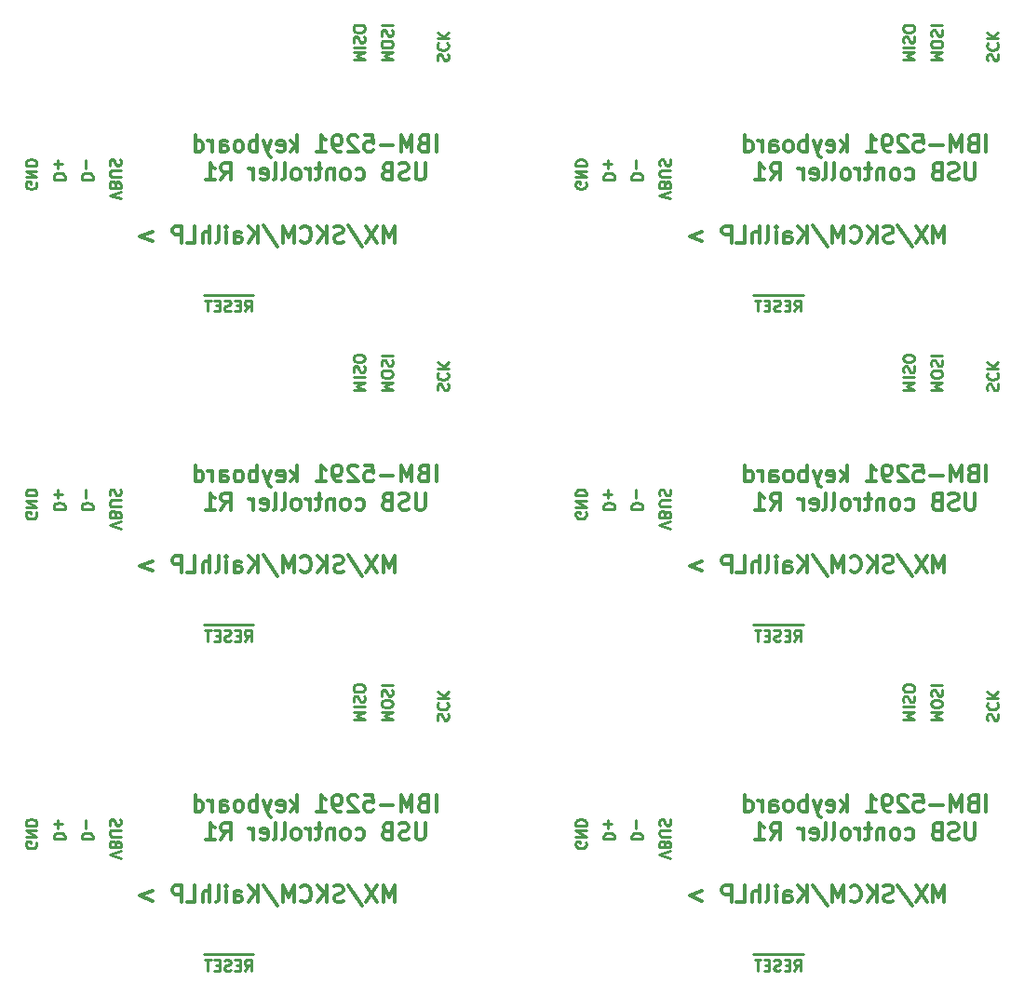
<source format=gbr>
G04 #@! TF.GenerationSoftware,KiCad,Pcbnew,(5.0.0)*
G04 #@! TF.CreationDate,2018-10-14T22:14:47+02:00*
G04 #@! TF.ProjectId,model-f-5291-pcb-panel,6D6F64656C2D662D353239312D706362,rev?*
G04 #@! TF.SameCoordinates,Original*
G04 #@! TF.FileFunction,Legend,Bot*
G04 #@! TF.FilePolarity,Positive*
%FSLAX46Y46*%
G04 Gerber Fmt 4.6, Leading zero omitted, Abs format (unit mm)*
G04 Created by KiCad (PCBNEW (5.0.0)) date 10/14/18 22:14:47*
%MOMM*%
%LPD*%
G01*
G04 APERTURE LIST*
%ADD10C,0.250000*%
%ADD11C,0.300000*%
G04 APERTURE END LIST*
D10*
X209087619Y-126432500D02*
X210087619Y-126432500D01*
X210087619Y-126194404D01*
X210040000Y-126051547D01*
X209944761Y-125956309D01*
X209849523Y-125908690D01*
X209659047Y-125861071D01*
X209516190Y-125861071D01*
X209325714Y-125908690D01*
X209230476Y-125956309D01*
X209135238Y-126051547D01*
X209087619Y-126194404D01*
X209087619Y-126432500D01*
X209468571Y-125432500D02*
X209468571Y-124670595D01*
X209087619Y-125051547D02*
X209849523Y-125051547D01*
X159087619Y-126432500D02*
X160087619Y-126432500D01*
X160087619Y-126194404D01*
X160040000Y-126051547D01*
X159944761Y-125956309D01*
X159849523Y-125908690D01*
X159659047Y-125861071D01*
X159516190Y-125861071D01*
X159325714Y-125908690D01*
X159230476Y-125956309D01*
X159135238Y-126051547D01*
X159087619Y-126194404D01*
X159087619Y-126432500D01*
X159468571Y-125432500D02*
X159468571Y-124670595D01*
X159087619Y-125051547D02*
X159849523Y-125051547D01*
X209087619Y-96432500D02*
X210087619Y-96432500D01*
X210087619Y-96194404D01*
X210040000Y-96051547D01*
X209944761Y-95956309D01*
X209849523Y-95908690D01*
X209659047Y-95861071D01*
X209516190Y-95861071D01*
X209325714Y-95908690D01*
X209230476Y-95956309D01*
X209135238Y-96051547D01*
X209087619Y-96194404D01*
X209087619Y-96432500D01*
X209468571Y-95432500D02*
X209468571Y-94670595D01*
X209087619Y-95051547D02*
X209849523Y-95051547D01*
X159087619Y-96432500D02*
X160087619Y-96432500D01*
X160087619Y-96194404D01*
X160040000Y-96051547D01*
X159944761Y-95956309D01*
X159849523Y-95908690D01*
X159659047Y-95861071D01*
X159516190Y-95861071D01*
X159325714Y-95908690D01*
X159230476Y-95956309D01*
X159135238Y-96051547D01*
X159087619Y-96194404D01*
X159087619Y-96432500D01*
X159468571Y-95432500D02*
X159468571Y-94670595D01*
X159087619Y-95051547D02*
X159849523Y-95051547D01*
X209087619Y-66432500D02*
X210087619Y-66432500D01*
X210087619Y-66194404D01*
X210040000Y-66051547D01*
X209944761Y-65956309D01*
X209849523Y-65908690D01*
X209659047Y-65861071D01*
X209516190Y-65861071D01*
X209325714Y-65908690D01*
X209230476Y-65956309D01*
X209135238Y-66051547D01*
X209087619Y-66194404D01*
X209087619Y-66432500D01*
X209468571Y-65432500D02*
X209468571Y-64670595D01*
X209087619Y-65051547D02*
X209849523Y-65051547D01*
D11*
X240071428Y-132178571D02*
X240071428Y-130678571D01*
X239571428Y-131750000D01*
X239071428Y-130678571D01*
X239071428Y-132178571D01*
X238500000Y-130678571D02*
X237500000Y-132178571D01*
X237500000Y-130678571D02*
X238500000Y-132178571D01*
X235857142Y-130607142D02*
X237142857Y-132535714D01*
X235428571Y-132107142D02*
X235214285Y-132178571D01*
X234857142Y-132178571D01*
X234714285Y-132107142D01*
X234642857Y-132035714D01*
X234571428Y-131892857D01*
X234571428Y-131750000D01*
X234642857Y-131607142D01*
X234714285Y-131535714D01*
X234857142Y-131464285D01*
X235142857Y-131392857D01*
X235285714Y-131321428D01*
X235357142Y-131250000D01*
X235428571Y-131107142D01*
X235428571Y-130964285D01*
X235357142Y-130821428D01*
X235285714Y-130750000D01*
X235142857Y-130678571D01*
X234785714Y-130678571D01*
X234571428Y-130750000D01*
X233928571Y-132178571D02*
X233928571Y-130678571D01*
X233071428Y-132178571D02*
X233714285Y-131321428D01*
X233071428Y-130678571D02*
X233928571Y-131535714D01*
X231571428Y-132035714D02*
X231642857Y-132107142D01*
X231857142Y-132178571D01*
X232000000Y-132178571D01*
X232214285Y-132107142D01*
X232357142Y-131964285D01*
X232428571Y-131821428D01*
X232500000Y-131535714D01*
X232500000Y-131321428D01*
X232428571Y-131035714D01*
X232357142Y-130892857D01*
X232214285Y-130750000D01*
X232000000Y-130678571D01*
X231857142Y-130678571D01*
X231642857Y-130750000D01*
X231571428Y-130821428D01*
X230928571Y-132178571D02*
X230928571Y-130678571D01*
X230428571Y-131750000D01*
X229928571Y-130678571D01*
X229928571Y-132178571D01*
X228142857Y-130607142D02*
X229428571Y-132535714D01*
X227642857Y-132178571D02*
X227642857Y-130678571D01*
X226785714Y-132178571D02*
X227428571Y-131321428D01*
X226785714Y-130678571D02*
X227642857Y-131535714D01*
X225500000Y-132178571D02*
X225500000Y-131392857D01*
X225571428Y-131250000D01*
X225714285Y-131178571D01*
X226000000Y-131178571D01*
X226142857Y-131250000D01*
X225500000Y-132107142D02*
X225642857Y-132178571D01*
X226000000Y-132178571D01*
X226142857Y-132107142D01*
X226214285Y-131964285D01*
X226214285Y-131821428D01*
X226142857Y-131678571D01*
X226000000Y-131607142D01*
X225642857Y-131607142D01*
X225500000Y-131535714D01*
X224785714Y-132178571D02*
X224785714Y-131178571D01*
X224785714Y-130678571D02*
X224857142Y-130750000D01*
X224785714Y-130821428D01*
X224714285Y-130750000D01*
X224785714Y-130678571D01*
X224785714Y-130821428D01*
X223857142Y-132178571D02*
X224000000Y-132107142D01*
X224071428Y-131964285D01*
X224071428Y-130678571D01*
X223285714Y-132178571D02*
X223285714Y-130678571D01*
X222642857Y-132178571D02*
X222642857Y-131392857D01*
X222714285Y-131250000D01*
X222857142Y-131178571D01*
X223071428Y-131178571D01*
X223214285Y-131250000D01*
X223285714Y-131321428D01*
X221214285Y-132178571D02*
X221928571Y-132178571D01*
X221928571Y-130678571D01*
X220714285Y-132178571D02*
X220714285Y-130678571D01*
X220142857Y-130678571D01*
X220000000Y-130750000D01*
X219928571Y-130821428D01*
X219857142Y-130964285D01*
X219857142Y-131178571D01*
X219928571Y-131321428D01*
X220000000Y-131392857D01*
X220142857Y-131464285D01*
X220714285Y-131464285D01*
X218071428Y-131178571D02*
X216928571Y-131607142D01*
X218071428Y-132035714D01*
X190071428Y-132178571D02*
X190071428Y-130678571D01*
X189571428Y-131750000D01*
X189071428Y-130678571D01*
X189071428Y-132178571D01*
X188500000Y-130678571D02*
X187500000Y-132178571D01*
X187500000Y-130678571D02*
X188500000Y-132178571D01*
X185857142Y-130607142D02*
X187142857Y-132535714D01*
X185428571Y-132107142D02*
X185214285Y-132178571D01*
X184857142Y-132178571D01*
X184714285Y-132107142D01*
X184642857Y-132035714D01*
X184571428Y-131892857D01*
X184571428Y-131750000D01*
X184642857Y-131607142D01*
X184714285Y-131535714D01*
X184857142Y-131464285D01*
X185142857Y-131392857D01*
X185285714Y-131321428D01*
X185357142Y-131250000D01*
X185428571Y-131107142D01*
X185428571Y-130964285D01*
X185357142Y-130821428D01*
X185285714Y-130750000D01*
X185142857Y-130678571D01*
X184785714Y-130678571D01*
X184571428Y-130750000D01*
X183928571Y-132178571D02*
X183928571Y-130678571D01*
X183071428Y-132178571D02*
X183714285Y-131321428D01*
X183071428Y-130678571D02*
X183928571Y-131535714D01*
X181571428Y-132035714D02*
X181642857Y-132107142D01*
X181857142Y-132178571D01*
X182000000Y-132178571D01*
X182214285Y-132107142D01*
X182357142Y-131964285D01*
X182428571Y-131821428D01*
X182500000Y-131535714D01*
X182500000Y-131321428D01*
X182428571Y-131035714D01*
X182357142Y-130892857D01*
X182214285Y-130750000D01*
X182000000Y-130678571D01*
X181857142Y-130678571D01*
X181642857Y-130750000D01*
X181571428Y-130821428D01*
X180928571Y-132178571D02*
X180928571Y-130678571D01*
X180428571Y-131750000D01*
X179928571Y-130678571D01*
X179928571Y-132178571D01*
X178142857Y-130607142D02*
X179428571Y-132535714D01*
X177642857Y-132178571D02*
X177642857Y-130678571D01*
X176785714Y-132178571D02*
X177428571Y-131321428D01*
X176785714Y-130678571D02*
X177642857Y-131535714D01*
X175500000Y-132178571D02*
X175500000Y-131392857D01*
X175571428Y-131250000D01*
X175714285Y-131178571D01*
X176000000Y-131178571D01*
X176142857Y-131250000D01*
X175500000Y-132107142D02*
X175642857Y-132178571D01*
X176000000Y-132178571D01*
X176142857Y-132107142D01*
X176214285Y-131964285D01*
X176214285Y-131821428D01*
X176142857Y-131678571D01*
X176000000Y-131607142D01*
X175642857Y-131607142D01*
X175500000Y-131535714D01*
X174785714Y-132178571D02*
X174785714Y-131178571D01*
X174785714Y-130678571D02*
X174857142Y-130750000D01*
X174785714Y-130821428D01*
X174714285Y-130750000D01*
X174785714Y-130678571D01*
X174785714Y-130821428D01*
X173857142Y-132178571D02*
X174000000Y-132107142D01*
X174071428Y-131964285D01*
X174071428Y-130678571D01*
X173285714Y-132178571D02*
X173285714Y-130678571D01*
X172642857Y-132178571D02*
X172642857Y-131392857D01*
X172714285Y-131250000D01*
X172857142Y-131178571D01*
X173071428Y-131178571D01*
X173214285Y-131250000D01*
X173285714Y-131321428D01*
X171214285Y-132178571D02*
X171928571Y-132178571D01*
X171928571Y-130678571D01*
X170714285Y-132178571D02*
X170714285Y-130678571D01*
X170142857Y-130678571D01*
X170000000Y-130750000D01*
X169928571Y-130821428D01*
X169857142Y-130964285D01*
X169857142Y-131178571D01*
X169928571Y-131321428D01*
X170000000Y-131392857D01*
X170142857Y-131464285D01*
X170714285Y-131464285D01*
X168071428Y-131178571D02*
X166928571Y-131607142D01*
X168071428Y-132035714D01*
X240071428Y-102178571D02*
X240071428Y-100678571D01*
X239571428Y-101750000D01*
X239071428Y-100678571D01*
X239071428Y-102178571D01*
X238500000Y-100678571D02*
X237500000Y-102178571D01*
X237500000Y-100678571D02*
X238500000Y-102178571D01*
X235857142Y-100607142D02*
X237142857Y-102535714D01*
X235428571Y-102107142D02*
X235214285Y-102178571D01*
X234857142Y-102178571D01*
X234714285Y-102107142D01*
X234642857Y-102035714D01*
X234571428Y-101892857D01*
X234571428Y-101750000D01*
X234642857Y-101607142D01*
X234714285Y-101535714D01*
X234857142Y-101464285D01*
X235142857Y-101392857D01*
X235285714Y-101321428D01*
X235357142Y-101250000D01*
X235428571Y-101107142D01*
X235428571Y-100964285D01*
X235357142Y-100821428D01*
X235285714Y-100750000D01*
X235142857Y-100678571D01*
X234785714Y-100678571D01*
X234571428Y-100750000D01*
X233928571Y-102178571D02*
X233928571Y-100678571D01*
X233071428Y-102178571D02*
X233714285Y-101321428D01*
X233071428Y-100678571D02*
X233928571Y-101535714D01*
X231571428Y-102035714D02*
X231642857Y-102107142D01*
X231857142Y-102178571D01*
X232000000Y-102178571D01*
X232214285Y-102107142D01*
X232357142Y-101964285D01*
X232428571Y-101821428D01*
X232500000Y-101535714D01*
X232500000Y-101321428D01*
X232428571Y-101035714D01*
X232357142Y-100892857D01*
X232214285Y-100750000D01*
X232000000Y-100678571D01*
X231857142Y-100678571D01*
X231642857Y-100750000D01*
X231571428Y-100821428D01*
X230928571Y-102178571D02*
X230928571Y-100678571D01*
X230428571Y-101750000D01*
X229928571Y-100678571D01*
X229928571Y-102178571D01*
X228142857Y-100607142D02*
X229428571Y-102535714D01*
X227642857Y-102178571D02*
X227642857Y-100678571D01*
X226785714Y-102178571D02*
X227428571Y-101321428D01*
X226785714Y-100678571D02*
X227642857Y-101535714D01*
X225500000Y-102178571D02*
X225500000Y-101392857D01*
X225571428Y-101250000D01*
X225714285Y-101178571D01*
X226000000Y-101178571D01*
X226142857Y-101250000D01*
X225500000Y-102107142D02*
X225642857Y-102178571D01*
X226000000Y-102178571D01*
X226142857Y-102107142D01*
X226214285Y-101964285D01*
X226214285Y-101821428D01*
X226142857Y-101678571D01*
X226000000Y-101607142D01*
X225642857Y-101607142D01*
X225500000Y-101535714D01*
X224785714Y-102178571D02*
X224785714Y-101178571D01*
X224785714Y-100678571D02*
X224857142Y-100750000D01*
X224785714Y-100821428D01*
X224714285Y-100750000D01*
X224785714Y-100678571D01*
X224785714Y-100821428D01*
X223857142Y-102178571D02*
X224000000Y-102107142D01*
X224071428Y-101964285D01*
X224071428Y-100678571D01*
X223285714Y-102178571D02*
X223285714Y-100678571D01*
X222642857Y-102178571D02*
X222642857Y-101392857D01*
X222714285Y-101250000D01*
X222857142Y-101178571D01*
X223071428Y-101178571D01*
X223214285Y-101250000D01*
X223285714Y-101321428D01*
X221214285Y-102178571D02*
X221928571Y-102178571D01*
X221928571Y-100678571D01*
X220714285Y-102178571D02*
X220714285Y-100678571D01*
X220142857Y-100678571D01*
X220000000Y-100750000D01*
X219928571Y-100821428D01*
X219857142Y-100964285D01*
X219857142Y-101178571D01*
X219928571Y-101321428D01*
X220000000Y-101392857D01*
X220142857Y-101464285D01*
X220714285Y-101464285D01*
X218071428Y-101178571D02*
X216928571Y-101607142D01*
X218071428Y-102035714D01*
X190071428Y-102178571D02*
X190071428Y-100678571D01*
X189571428Y-101750000D01*
X189071428Y-100678571D01*
X189071428Y-102178571D01*
X188500000Y-100678571D02*
X187500000Y-102178571D01*
X187500000Y-100678571D02*
X188500000Y-102178571D01*
X185857142Y-100607142D02*
X187142857Y-102535714D01*
X185428571Y-102107142D02*
X185214285Y-102178571D01*
X184857142Y-102178571D01*
X184714285Y-102107142D01*
X184642857Y-102035714D01*
X184571428Y-101892857D01*
X184571428Y-101750000D01*
X184642857Y-101607142D01*
X184714285Y-101535714D01*
X184857142Y-101464285D01*
X185142857Y-101392857D01*
X185285714Y-101321428D01*
X185357142Y-101250000D01*
X185428571Y-101107142D01*
X185428571Y-100964285D01*
X185357142Y-100821428D01*
X185285714Y-100750000D01*
X185142857Y-100678571D01*
X184785714Y-100678571D01*
X184571428Y-100750000D01*
X183928571Y-102178571D02*
X183928571Y-100678571D01*
X183071428Y-102178571D02*
X183714285Y-101321428D01*
X183071428Y-100678571D02*
X183928571Y-101535714D01*
X181571428Y-102035714D02*
X181642857Y-102107142D01*
X181857142Y-102178571D01*
X182000000Y-102178571D01*
X182214285Y-102107142D01*
X182357142Y-101964285D01*
X182428571Y-101821428D01*
X182500000Y-101535714D01*
X182500000Y-101321428D01*
X182428571Y-101035714D01*
X182357142Y-100892857D01*
X182214285Y-100750000D01*
X182000000Y-100678571D01*
X181857142Y-100678571D01*
X181642857Y-100750000D01*
X181571428Y-100821428D01*
X180928571Y-102178571D02*
X180928571Y-100678571D01*
X180428571Y-101750000D01*
X179928571Y-100678571D01*
X179928571Y-102178571D01*
X178142857Y-100607142D02*
X179428571Y-102535714D01*
X177642857Y-102178571D02*
X177642857Y-100678571D01*
X176785714Y-102178571D02*
X177428571Y-101321428D01*
X176785714Y-100678571D02*
X177642857Y-101535714D01*
X175500000Y-102178571D02*
X175500000Y-101392857D01*
X175571428Y-101250000D01*
X175714285Y-101178571D01*
X176000000Y-101178571D01*
X176142857Y-101250000D01*
X175500000Y-102107142D02*
X175642857Y-102178571D01*
X176000000Y-102178571D01*
X176142857Y-102107142D01*
X176214285Y-101964285D01*
X176214285Y-101821428D01*
X176142857Y-101678571D01*
X176000000Y-101607142D01*
X175642857Y-101607142D01*
X175500000Y-101535714D01*
X174785714Y-102178571D02*
X174785714Y-101178571D01*
X174785714Y-100678571D02*
X174857142Y-100750000D01*
X174785714Y-100821428D01*
X174714285Y-100750000D01*
X174785714Y-100678571D01*
X174785714Y-100821428D01*
X173857142Y-102178571D02*
X174000000Y-102107142D01*
X174071428Y-101964285D01*
X174071428Y-100678571D01*
X173285714Y-102178571D02*
X173285714Y-100678571D01*
X172642857Y-102178571D02*
X172642857Y-101392857D01*
X172714285Y-101250000D01*
X172857142Y-101178571D01*
X173071428Y-101178571D01*
X173214285Y-101250000D01*
X173285714Y-101321428D01*
X171214285Y-102178571D02*
X171928571Y-102178571D01*
X171928571Y-100678571D01*
X170714285Y-102178571D02*
X170714285Y-100678571D01*
X170142857Y-100678571D01*
X170000000Y-100750000D01*
X169928571Y-100821428D01*
X169857142Y-100964285D01*
X169857142Y-101178571D01*
X169928571Y-101321428D01*
X170000000Y-101392857D01*
X170142857Y-101464285D01*
X170714285Y-101464285D01*
X168071428Y-101178571D02*
X166928571Y-101607142D01*
X168071428Y-102035714D01*
X240071428Y-72178571D02*
X240071428Y-70678571D01*
X239571428Y-71750000D01*
X239071428Y-70678571D01*
X239071428Y-72178571D01*
X238500000Y-70678571D02*
X237500000Y-72178571D01*
X237500000Y-70678571D02*
X238500000Y-72178571D01*
X235857142Y-70607142D02*
X237142857Y-72535714D01*
X235428571Y-72107142D02*
X235214285Y-72178571D01*
X234857142Y-72178571D01*
X234714285Y-72107142D01*
X234642857Y-72035714D01*
X234571428Y-71892857D01*
X234571428Y-71750000D01*
X234642857Y-71607142D01*
X234714285Y-71535714D01*
X234857142Y-71464285D01*
X235142857Y-71392857D01*
X235285714Y-71321428D01*
X235357142Y-71250000D01*
X235428571Y-71107142D01*
X235428571Y-70964285D01*
X235357142Y-70821428D01*
X235285714Y-70750000D01*
X235142857Y-70678571D01*
X234785714Y-70678571D01*
X234571428Y-70750000D01*
X233928571Y-72178571D02*
X233928571Y-70678571D01*
X233071428Y-72178571D02*
X233714285Y-71321428D01*
X233071428Y-70678571D02*
X233928571Y-71535714D01*
X231571428Y-72035714D02*
X231642857Y-72107142D01*
X231857142Y-72178571D01*
X232000000Y-72178571D01*
X232214285Y-72107142D01*
X232357142Y-71964285D01*
X232428571Y-71821428D01*
X232500000Y-71535714D01*
X232500000Y-71321428D01*
X232428571Y-71035714D01*
X232357142Y-70892857D01*
X232214285Y-70750000D01*
X232000000Y-70678571D01*
X231857142Y-70678571D01*
X231642857Y-70750000D01*
X231571428Y-70821428D01*
X230928571Y-72178571D02*
X230928571Y-70678571D01*
X230428571Y-71750000D01*
X229928571Y-70678571D01*
X229928571Y-72178571D01*
X228142857Y-70607142D02*
X229428571Y-72535714D01*
X227642857Y-72178571D02*
X227642857Y-70678571D01*
X226785714Y-72178571D02*
X227428571Y-71321428D01*
X226785714Y-70678571D02*
X227642857Y-71535714D01*
X225500000Y-72178571D02*
X225500000Y-71392857D01*
X225571428Y-71250000D01*
X225714285Y-71178571D01*
X226000000Y-71178571D01*
X226142857Y-71250000D01*
X225500000Y-72107142D02*
X225642857Y-72178571D01*
X226000000Y-72178571D01*
X226142857Y-72107142D01*
X226214285Y-71964285D01*
X226214285Y-71821428D01*
X226142857Y-71678571D01*
X226000000Y-71607142D01*
X225642857Y-71607142D01*
X225500000Y-71535714D01*
X224785714Y-72178571D02*
X224785714Y-71178571D01*
X224785714Y-70678571D02*
X224857142Y-70750000D01*
X224785714Y-70821428D01*
X224714285Y-70750000D01*
X224785714Y-70678571D01*
X224785714Y-70821428D01*
X223857142Y-72178571D02*
X224000000Y-72107142D01*
X224071428Y-71964285D01*
X224071428Y-70678571D01*
X223285714Y-72178571D02*
X223285714Y-70678571D01*
X222642857Y-72178571D02*
X222642857Y-71392857D01*
X222714285Y-71250000D01*
X222857142Y-71178571D01*
X223071428Y-71178571D01*
X223214285Y-71250000D01*
X223285714Y-71321428D01*
X221214285Y-72178571D02*
X221928571Y-72178571D01*
X221928571Y-70678571D01*
X220714285Y-72178571D02*
X220714285Y-70678571D01*
X220142857Y-70678571D01*
X220000000Y-70750000D01*
X219928571Y-70821428D01*
X219857142Y-70964285D01*
X219857142Y-71178571D01*
X219928571Y-71321428D01*
X220000000Y-71392857D01*
X220142857Y-71464285D01*
X220714285Y-71464285D01*
X218071428Y-71178571D02*
X216928571Y-71607142D01*
X218071428Y-72035714D01*
D10*
X236357619Y-115567404D02*
X237357619Y-115567404D01*
X236643333Y-115234071D01*
X237357619Y-114900738D01*
X236357619Y-114900738D01*
X236357619Y-114424547D02*
X237357619Y-114424547D01*
X236405238Y-113995976D02*
X236357619Y-113853119D01*
X236357619Y-113615023D01*
X236405238Y-113519785D01*
X236452857Y-113472166D01*
X236548095Y-113424547D01*
X236643333Y-113424547D01*
X236738571Y-113472166D01*
X236786190Y-113519785D01*
X236833809Y-113615023D01*
X236881428Y-113805500D01*
X236929047Y-113900738D01*
X236976666Y-113948357D01*
X237071904Y-113995976D01*
X237167142Y-113995976D01*
X237262380Y-113948357D01*
X237310000Y-113900738D01*
X237357619Y-113805500D01*
X237357619Y-113567404D01*
X237310000Y-113424547D01*
X237357619Y-112805500D02*
X237357619Y-112615023D01*
X237310000Y-112519785D01*
X237214761Y-112424547D01*
X237024285Y-112376928D01*
X236690952Y-112376928D01*
X236500476Y-112424547D01*
X236405238Y-112519785D01*
X236357619Y-112615023D01*
X236357619Y-112805500D01*
X236405238Y-112900738D01*
X236500476Y-112995976D01*
X236690952Y-113043595D01*
X237024285Y-113043595D01*
X237214761Y-112995976D01*
X237310000Y-112900738D01*
X237357619Y-112805500D01*
X186357619Y-115567404D02*
X187357619Y-115567404D01*
X186643333Y-115234071D01*
X187357619Y-114900738D01*
X186357619Y-114900738D01*
X186357619Y-114424547D02*
X187357619Y-114424547D01*
X186405238Y-113995976D02*
X186357619Y-113853119D01*
X186357619Y-113615023D01*
X186405238Y-113519785D01*
X186452857Y-113472166D01*
X186548095Y-113424547D01*
X186643333Y-113424547D01*
X186738571Y-113472166D01*
X186786190Y-113519785D01*
X186833809Y-113615023D01*
X186881428Y-113805500D01*
X186929047Y-113900738D01*
X186976666Y-113948357D01*
X187071904Y-113995976D01*
X187167142Y-113995976D01*
X187262380Y-113948357D01*
X187310000Y-113900738D01*
X187357619Y-113805500D01*
X187357619Y-113567404D01*
X187310000Y-113424547D01*
X187357619Y-112805500D02*
X187357619Y-112615023D01*
X187310000Y-112519785D01*
X187214761Y-112424547D01*
X187024285Y-112376928D01*
X186690952Y-112376928D01*
X186500476Y-112424547D01*
X186405238Y-112519785D01*
X186357619Y-112615023D01*
X186357619Y-112805500D01*
X186405238Y-112900738D01*
X186500476Y-112995976D01*
X186690952Y-113043595D01*
X187024285Y-113043595D01*
X187214761Y-112995976D01*
X187310000Y-112900738D01*
X187357619Y-112805500D01*
X236357619Y-85567404D02*
X237357619Y-85567404D01*
X236643333Y-85234071D01*
X237357619Y-84900738D01*
X236357619Y-84900738D01*
X236357619Y-84424547D02*
X237357619Y-84424547D01*
X236405238Y-83995976D02*
X236357619Y-83853119D01*
X236357619Y-83615023D01*
X236405238Y-83519785D01*
X236452857Y-83472166D01*
X236548095Y-83424547D01*
X236643333Y-83424547D01*
X236738571Y-83472166D01*
X236786190Y-83519785D01*
X236833809Y-83615023D01*
X236881428Y-83805500D01*
X236929047Y-83900738D01*
X236976666Y-83948357D01*
X237071904Y-83995976D01*
X237167142Y-83995976D01*
X237262380Y-83948357D01*
X237310000Y-83900738D01*
X237357619Y-83805500D01*
X237357619Y-83567404D01*
X237310000Y-83424547D01*
X237357619Y-82805500D02*
X237357619Y-82615023D01*
X237310000Y-82519785D01*
X237214761Y-82424547D01*
X237024285Y-82376928D01*
X236690952Y-82376928D01*
X236500476Y-82424547D01*
X236405238Y-82519785D01*
X236357619Y-82615023D01*
X236357619Y-82805500D01*
X236405238Y-82900738D01*
X236500476Y-82995976D01*
X236690952Y-83043595D01*
X237024285Y-83043595D01*
X237214761Y-82995976D01*
X237310000Y-82900738D01*
X237357619Y-82805500D01*
X186357619Y-85567404D02*
X187357619Y-85567404D01*
X186643333Y-85234071D01*
X187357619Y-84900738D01*
X186357619Y-84900738D01*
X186357619Y-84424547D02*
X187357619Y-84424547D01*
X186405238Y-83995976D02*
X186357619Y-83853119D01*
X186357619Y-83615023D01*
X186405238Y-83519785D01*
X186452857Y-83472166D01*
X186548095Y-83424547D01*
X186643333Y-83424547D01*
X186738571Y-83472166D01*
X186786190Y-83519785D01*
X186833809Y-83615023D01*
X186881428Y-83805500D01*
X186929047Y-83900738D01*
X186976666Y-83948357D01*
X187071904Y-83995976D01*
X187167142Y-83995976D01*
X187262380Y-83948357D01*
X187310000Y-83900738D01*
X187357619Y-83805500D01*
X187357619Y-83567404D01*
X187310000Y-83424547D01*
X187357619Y-82805500D02*
X187357619Y-82615023D01*
X187310000Y-82519785D01*
X187214761Y-82424547D01*
X187024285Y-82376928D01*
X186690952Y-82376928D01*
X186500476Y-82424547D01*
X186405238Y-82519785D01*
X186357619Y-82615023D01*
X186357619Y-82805500D01*
X186405238Y-82900738D01*
X186500476Y-82995976D01*
X186690952Y-83043595D01*
X187024285Y-83043595D01*
X187214761Y-82995976D01*
X187310000Y-82900738D01*
X187357619Y-82805500D01*
X236357619Y-55567404D02*
X237357619Y-55567404D01*
X236643333Y-55234071D01*
X237357619Y-54900738D01*
X236357619Y-54900738D01*
X236357619Y-54424547D02*
X237357619Y-54424547D01*
X236405238Y-53995976D02*
X236357619Y-53853119D01*
X236357619Y-53615023D01*
X236405238Y-53519785D01*
X236452857Y-53472166D01*
X236548095Y-53424547D01*
X236643333Y-53424547D01*
X236738571Y-53472166D01*
X236786190Y-53519785D01*
X236833809Y-53615023D01*
X236881428Y-53805500D01*
X236929047Y-53900738D01*
X236976666Y-53948357D01*
X237071904Y-53995976D01*
X237167142Y-53995976D01*
X237262380Y-53948357D01*
X237310000Y-53900738D01*
X237357619Y-53805500D01*
X237357619Y-53567404D01*
X237310000Y-53424547D01*
X237357619Y-52805500D02*
X237357619Y-52615023D01*
X237310000Y-52519785D01*
X237214761Y-52424547D01*
X237024285Y-52376928D01*
X236690952Y-52376928D01*
X236500476Y-52424547D01*
X236405238Y-52519785D01*
X236357619Y-52615023D01*
X236357619Y-52805500D01*
X236405238Y-52900738D01*
X236500476Y-52995976D01*
X236690952Y-53043595D01*
X237024285Y-53043595D01*
X237214761Y-52995976D01*
X237310000Y-52900738D01*
X237357619Y-52805500D01*
X244025238Y-115615023D02*
X243977619Y-115472166D01*
X243977619Y-115234071D01*
X244025238Y-115138833D01*
X244072857Y-115091214D01*
X244168095Y-115043595D01*
X244263333Y-115043595D01*
X244358571Y-115091214D01*
X244406190Y-115138833D01*
X244453809Y-115234071D01*
X244501428Y-115424547D01*
X244549047Y-115519785D01*
X244596666Y-115567404D01*
X244691904Y-115615023D01*
X244787142Y-115615023D01*
X244882380Y-115567404D01*
X244930000Y-115519785D01*
X244977619Y-115424547D01*
X244977619Y-115186452D01*
X244930000Y-115043595D01*
X244072857Y-114043595D02*
X244025238Y-114091214D01*
X243977619Y-114234071D01*
X243977619Y-114329309D01*
X244025238Y-114472166D01*
X244120476Y-114567404D01*
X244215714Y-114615023D01*
X244406190Y-114662642D01*
X244549047Y-114662642D01*
X244739523Y-114615023D01*
X244834761Y-114567404D01*
X244930000Y-114472166D01*
X244977619Y-114329309D01*
X244977619Y-114234071D01*
X244930000Y-114091214D01*
X244882380Y-114043595D01*
X243977619Y-113615023D02*
X244977619Y-113615023D01*
X243977619Y-113043595D02*
X244549047Y-113472166D01*
X244977619Y-113043595D02*
X244406190Y-113615023D01*
X194025238Y-115615023D02*
X193977619Y-115472166D01*
X193977619Y-115234071D01*
X194025238Y-115138833D01*
X194072857Y-115091214D01*
X194168095Y-115043595D01*
X194263333Y-115043595D01*
X194358571Y-115091214D01*
X194406190Y-115138833D01*
X194453809Y-115234071D01*
X194501428Y-115424547D01*
X194549047Y-115519785D01*
X194596666Y-115567404D01*
X194691904Y-115615023D01*
X194787142Y-115615023D01*
X194882380Y-115567404D01*
X194930000Y-115519785D01*
X194977619Y-115424547D01*
X194977619Y-115186452D01*
X194930000Y-115043595D01*
X194072857Y-114043595D02*
X194025238Y-114091214D01*
X193977619Y-114234071D01*
X193977619Y-114329309D01*
X194025238Y-114472166D01*
X194120476Y-114567404D01*
X194215714Y-114615023D01*
X194406190Y-114662642D01*
X194549047Y-114662642D01*
X194739523Y-114615023D01*
X194834761Y-114567404D01*
X194930000Y-114472166D01*
X194977619Y-114329309D01*
X194977619Y-114234071D01*
X194930000Y-114091214D01*
X194882380Y-114043595D01*
X193977619Y-113615023D02*
X194977619Y-113615023D01*
X193977619Y-113043595D02*
X194549047Y-113472166D01*
X194977619Y-113043595D02*
X194406190Y-113615023D01*
X244025238Y-85615023D02*
X243977619Y-85472166D01*
X243977619Y-85234071D01*
X244025238Y-85138833D01*
X244072857Y-85091214D01*
X244168095Y-85043595D01*
X244263333Y-85043595D01*
X244358571Y-85091214D01*
X244406190Y-85138833D01*
X244453809Y-85234071D01*
X244501428Y-85424547D01*
X244549047Y-85519785D01*
X244596666Y-85567404D01*
X244691904Y-85615023D01*
X244787142Y-85615023D01*
X244882380Y-85567404D01*
X244930000Y-85519785D01*
X244977619Y-85424547D01*
X244977619Y-85186452D01*
X244930000Y-85043595D01*
X244072857Y-84043595D02*
X244025238Y-84091214D01*
X243977619Y-84234071D01*
X243977619Y-84329309D01*
X244025238Y-84472166D01*
X244120476Y-84567404D01*
X244215714Y-84615023D01*
X244406190Y-84662642D01*
X244549047Y-84662642D01*
X244739523Y-84615023D01*
X244834761Y-84567404D01*
X244930000Y-84472166D01*
X244977619Y-84329309D01*
X244977619Y-84234071D01*
X244930000Y-84091214D01*
X244882380Y-84043595D01*
X243977619Y-83615023D02*
X244977619Y-83615023D01*
X243977619Y-83043595D02*
X244549047Y-83472166D01*
X244977619Y-83043595D02*
X244406190Y-83615023D01*
X194025238Y-85615023D02*
X193977619Y-85472166D01*
X193977619Y-85234071D01*
X194025238Y-85138833D01*
X194072857Y-85091214D01*
X194168095Y-85043595D01*
X194263333Y-85043595D01*
X194358571Y-85091214D01*
X194406190Y-85138833D01*
X194453809Y-85234071D01*
X194501428Y-85424547D01*
X194549047Y-85519785D01*
X194596666Y-85567404D01*
X194691904Y-85615023D01*
X194787142Y-85615023D01*
X194882380Y-85567404D01*
X194930000Y-85519785D01*
X194977619Y-85424547D01*
X194977619Y-85186452D01*
X194930000Y-85043595D01*
X194072857Y-84043595D02*
X194025238Y-84091214D01*
X193977619Y-84234071D01*
X193977619Y-84329309D01*
X194025238Y-84472166D01*
X194120476Y-84567404D01*
X194215714Y-84615023D01*
X194406190Y-84662642D01*
X194549047Y-84662642D01*
X194739523Y-84615023D01*
X194834761Y-84567404D01*
X194930000Y-84472166D01*
X194977619Y-84329309D01*
X194977619Y-84234071D01*
X194930000Y-84091214D01*
X194882380Y-84043595D01*
X193977619Y-83615023D02*
X194977619Y-83615023D01*
X193977619Y-83043595D02*
X194549047Y-83472166D01*
X194977619Y-83043595D02*
X194406190Y-83615023D01*
X244025238Y-55615023D02*
X243977619Y-55472166D01*
X243977619Y-55234071D01*
X244025238Y-55138833D01*
X244072857Y-55091214D01*
X244168095Y-55043595D01*
X244263333Y-55043595D01*
X244358571Y-55091214D01*
X244406190Y-55138833D01*
X244453809Y-55234071D01*
X244501428Y-55424547D01*
X244549047Y-55519785D01*
X244596666Y-55567404D01*
X244691904Y-55615023D01*
X244787142Y-55615023D01*
X244882380Y-55567404D01*
X244930000Y-55519785D01*
X244977619Y-55424547D01*
X244977619Y-55186452D01*
X244930000Y-55043595D01*
X244072857Y-54043595D02*
X244025238Y-54091214D01*
X243977619Y-54234071D01*
X243977619Y-54329309D01*
X244025238Y-54472166D01*
X244120476Y-54567404D01*
X244215714Y-54615023D01*
X244406190Y-54662642D01*
X244549047Y-54662642D01*
X244739523Y-54615023D01*
X244834761Y-54567404D01*
X244930000Y-54472166D01*
X244977619Y-54329309D01*
X244977619Y-54234071D01*
X244930000Y-54091214D01*
X244882380Y-54043595D01*
X243977619Y-53615023D02*
X244977619Y-53615023D01*
X243977619Y-53043595D02*
X244549047Y-53472166D01*
X244977619Y-53043595D02*
X244406190Y-53615023D01*
X227257904Y-136933000D02*
X226257904Y-136933000D01*
X226448380Y-138430380D02*
X226781714Y-137954190D01*
X227019809Y-138430380D02*
X227019809Y-137430380D01*
X226638857Y-137430380D01*
X226543619Y-137478000D01*
X226496000Y-137525619D01*
X226448380Y-137620857D01*
X226448380Y-137763714D01*
X226496000Y-137858952D01*
X226543619Y-137906571D01*
X226638857Y-137954190D01*
X227019809Y-137954190D01*
X226257904Y-136933000D02*
X225353142Y-136933000D01*
X226019809Y-137906571D02*
X225686476Y-137906571D01*
X225543619Y-138430380D02*
X226019809Y-138430380D01*
X226019809Y-137430380D01*
X225543619Y-137430380D01*
X225353142Y-136933000D02*
X224400761Y-136933000D01*
X225162666Y-138382761D02*
X225019809Y-138430380D01*
X224781714Y-138430380D01*
X224686476Y-138382761D01*
X224638857Y-138335142D01*
X224591238Y-138239904D01*
X224591238Y-138144666D01*
X224638857Y-138049428D01*
X224686476Y-138001809D01*
X224781714Y-137954190D01*
X224972190Y-137906571D01*
X225067428Y-137858952D01*
X225115047Y-137811333D01*
X225162666Y-137716095D01*
X225162666Y-137620857D01*
X225115047Y-137525619D01*
X225067428Y-137478000D01*
X224972190Y-137430380D01*
X224734095Y-137430380D01*
X224591238Y-137478000D01*
X224400761Y-136933000D02*
X223496000Y-136933000D01*
X224162666Y-137906571D02*
X223829333Y-137906571D01*
X223686476Y-138430380D02*
X224162666Y-138430380D01*
X224162666Y-137430380D01*
X223686476Y-137430380D01*
X223496000Y-136933000D02*
X222734095Y-136933000D01*
X223400761Y-137430380D02*
X222829333Y-137430380D01*
X223115047Y-138430380D02*
X223115047Y-137430380D01*
X177257904Y-136933000D02*
X176257904Y-136933000D01*
X176448380Y-138430380D02*
X176781714Y-137954190D01*
X177019809Y-138430380D02*
X177019809Y-137430380D01*
X176638857Y-137430380D01*
X176543619Y-137478000D01*
X176496000Y-137525619D01*
X176448380Y-137620857D01*
X176448380Y-137763714D01*
X176496000Y-137858952D01*
X176543619Y-137906571D01*
X176638857Y-137954190D01*
X177019809Y-137954190D01*
X176257904Y-136933000D02*
X175353142Y-136933000D01*
X176019809Y-137906571D02*
X175686476Y-137906571D01*
X175543619Y-138430380D02*
X176019809Y-138430380D01*
X176019809Y-137430380D01*
X175543619Y-137430380D01*
X175353142Y-136933000D02*
X174400761Y-136933000D01*
X175162666Y-138382761D02*
X175019809Y-138430380D01*
X174781714Y-138430380D01*
X174686476Y-138382761D01*
X174638857Y-138335142D01*
X174591238Y-138239904D01*
X174591238Y-138144666D01*
X174638857Y-138049428D01*
X174686476Y-138001809D01*
X174781714Y-137954190D01*
X174972190Y-137906571D01*
X175067428Y-137858952D01*
X175115047Y-137811333D01*
X175162666Y-137716095D01*
X175162666Y-137620857D01*
X175115047Y-137525619D01*
X175067428Y-137478000D01*
X174972190Y-137430380D01*
X174734095Y-137430380D01*
X174591238Y-137478000D01*
X174400761Y-136933000D02*
X173496000Y-136933000D01*
X174162666Y-137906571D02*
X173829333Y-137906571D01*
X173686476Y-138430380D02*
X174162666Y-138430380D01*
X174162666Y-137430380D01*
X173686476Y-137430380D01*
X173496000Y-136933000D02*
X172734095Y-136933000D01*
X173400761Y-137430380D02*
X172829333Y-137430380D01*
X173115047Y-138430380D02*
X173115047Y-137430380D01*
X227257904Y-106933000D02*
X226257904Y-106933000D01*
X226448380Y-108430380D02*
X226781714Y-107954190D01*
X227019809Y-108430380D02*
X227019809Y-107430380D01*
X226638857Y-107430380D01*
X226543619Y-107478000D01*
X226496000Y-107525619D01*
X226448380Y-107620857D01*
X226448380Y-107763714D01*
X226496000Y-107858952D01*
X226543619Y-107906571D01*
X226638857Y-107954190D01*
X227019809Y-107954190D01*
X226257904Y-106933000D02*
X225353142Y-106933000D01*
X226019809Y-107906571D02*
X225686476Y-107906571D01*
X225543619Y-108430380D02*
X226019809Y-108430380D01*
X226019809Y-107430380D01*
X225543619Y-107430380D01*
X225353142Y-106933000D02*
X224400761Y-106933000D01*
X225162666Y-108382761D02*
X225019809Y-108430380D01*
X224781714Y-108430380D01*
X224686476Y-108382761D01*
X224638857Y-108335142D01*
X224591238Y-108239904D01*
X224591238Y-108144666D01*
X224638857Y-108049428D01*
X224686476Y-108001809D01*
X224781714Y-107954190D01*
X224972190Y-107906571D01*
X225067428Y-107858952D01*
X225115047Y-107811333D01*
X225162666Y-107716095D01*
X225162666Y-107620857D01*
X225115047Y-107525619D01*
X225067428Y-107478000D01*
X224972190Y-107430380D01*
X224734095Y-107430380D01*
X224591238Y-107478000D01*
X224400761Y-106933000D02*
X223496000Y-106933000D01*
X224162666Y-107906571D02*
X223829333Y-107906571D01*
X223686476Y-108430380D02*
X224162666Y-108430380D01*
X224162666Y-107430380D01*
X223686476Y-107430380D01*
X223496000Y-106933000D02*
X222734095Y-106933000D01*
X223400761Y-107430380D02*
X222829333Y-107430380D01*
X223115047Y-108430380D02*
X223115047Y-107430380D01*
X177257904Y-106933000D02*
X176257904Y-106933000D01*
X176448380Y-108430380D02*
X176781714Y-107954190D01*
X177019809Y-108430380D02*
X177019809Y-107430380D01*
X176638857Y-107430380D01*
X176543619Y-107478000D01*
X176496000Y-107525619D01*
X176448380Y-107620857D01*
X176448380Y-107763714D01*
X176496000Y-107858952D01*
X176543619Y-107906571D01*
X176638857Y-107954190D01*
X177019809Y-107954190D01*
X176257904Y-106933000D02*
X175353142Y-106933000D01*
X176019809Y-107906571D02*
X175686476Y-107906571D01*
X175543619Y-108430380D02*
X176019809Y-108430380D01*
X176019809Y-107430380D01*
X175543619Y-107430380D01*
X175353142Y-106933000D02*
X174400761Y-106933000D01*
X175162666Y-108382761D02*
X175019809Y-108430380D01*
X174781714Y-108430380D01*
X174686476Y-108382761D01*
X174638857Y-108335142D01*
X174591238Y-108239904D01*
X174591238Y-108144666D01*
X174638857Y-108049428D01*
X174686476Y-108001809D01*
X174781714Y-107954190D01*
X174972190Y-107906571D01*
X175067428Y-107858952D01*
X175115047Y-107811333D01*
X175162666Y-107716095D01*
X175162666Y-107620857D01*
X175115047Y-107525619D01*
X175067428Y-107478000D01*
X174972190Y-107430380D01*
X174734095Y-107430380D01*
X174591238Y-107478000D01*
X174400761Y-106933000D02*
X173496000Y-106933000D01*
X174162666Y-107906571D02*
X173829333Y-107906571D01*
X173686476Y-108430380D02*
X174162666Y-108430380D01*
X174162666Y-107430380D01*
X173686476Y-107430380D01*
X173496000Y-106933000D02*
X172734095Y-106933000D01*
X173400761Y-107430380D02*
X172829333Y-107430380D01*
X173115047Y-108430380D02*
X173115047Y-107430380D01*
X227257904Y-76933000D02*
X226257904Y-76933000D01*
X226448380Y-78430380D02*
X226781714Y-77954190D01*
X227019809Y-78430380D02*
X227019809Y-77430380D01*
X226638857Y-77430380D01*
X226543619Y-77478000D01*
X226496000Y-77525619D01*
X226448380Y-77620857D01*
X226448380Y-77763714D01*
X226496000Y-77858952D01*
X226543619Y-77906571D01*
X226638857Y-77954190D01*
X227019809Y-77954190D01*
X226257904Y-76933000D02*
X225353142Y-76933000D01*
X226019809Y-77906571D02*
X225686476Y-77906571D01*
X225543619Y-78430380D02*
X226019809Y-78430380D01*
X226019809Y-77430380D01*
X225543619Y-77430380D01*
X225353142Y-76933000D02*
X224400761Y-76933000D01*
X225162666Y-78382761D02*
X225019809Y-78430380D01*
X224781714Y-78430380D01*
X224686476Y-78382761D01*
X224638857Y-78335142D01*
X224591238Y-78239904D01*
X224591238Y-78144666D01*
X224638857Y-78049428D01*
X224686476Y-78001809D01*
X224781714Y-77954190D01*
X224972190Y-77906571D01*
X225067428Y-77858952D01*
X225115047Y-77811333D01*
X225162666Y-77716095D01*
X225162666Y-77620857D01*
X225115047Y-77525619D01*
X225067428Y-77478000D01*
X224972190Y-77430380D01*
X224734095Y-77430380D01*
X224591238Y-77478000D01*
X224400761Y-76933000D02*
X223496000Y-76933000D01*
X224162666Y-77906571D02*
X223829333Y-77906571D01*
X223686476Y-78430380D02*
X224162666Y-78430380D01*
X224162666Y-77430380D01*
X223686476Y-77430380D01*
X223496000Y-76933000D02*
X222734095Y-76933000D01*
X223400761Y-77430380D02*
X222829333Y-77430380D01*
X223115047Y-78430380D02*
X223115047Y-77430380D01*
D11*
X243872285Y-123927571D02*
X243872285Y-122427571D01*
X242658000Y-123141857D02*
X242443714Y-123213285D01*
X242372285Y-123284714D01*
X242300857Y-123427571D01*
X242300857Y-123641857D01*
X242372285Y-123784714D01*
X242443714Y-123856142D01*
X242586571Y-123927571D01*
X243158000Y-123927571D01*
X243158000Y-122427571D01*
X242658000Y-122427571D01*
X242515142Y-122499000D01*
X242443714Y-122570428D01*
X242372285Y-122713285D01*
X242372285Y-122856142D01*
X242443714Y-122999000D01*
X242515142Y-123070428D01*
X242658000Y-123141857D01*
X243158000Y-123141857D01*
X241658000Y-123927571D02*
X241658000Y-122427571D01*
X241158000Y-123499000D01*
X240658000Y-122427571D01*
X240658000Y-123927571D01*
X239943714Y-123356142D02*
X238800857Y-123356142D01*
X237372285Y-122427571D02*
X238086571Y-122427571D01*
X238158000Y-123141857D01*
X238086571Y-123070428D01*
X237943714Y-122999000D01*
X237586571Y-122999000D01*
X237443714Y-123070428D01*
X237372285Y-123141857D01*
X237300857Y-123284714D01*
X237300857Y-123641857D01*
X237372285Y-123784714D01*
X237443714Y-123856142D01*
X237586571Y-123927571D01*
X237943714Y-123927571D01*
X238086571Y-123856142D01*
X238158000Y-123784714D01*
X236729428Y-122570428D02*
X236658000Y-122499000D01*
X236515142Y-122427571D01*
X236158000Y-122427571D01*
X236015142Y-122499000D01*
X235943714Y-122570428D01*
X235872285Y-122713285D01*
X235872285Y-122856142D01*
X235943714Y-123070428D01*
X236800857Y-123927571D01*
X235872285Y-123927571D01*
X235158000Y-123927571D02*
X234872285Y-123927571D01*
X234729428Y-123856142D01*
X234658000Y-123784714D01*
X234515142Y-123570428D01*
X234443714Y-123284714D01*
X234443714Y-122713285D01*
X234515142Y-122570428D01*
X234586571Y-122499000D01*
X234729428Y-122427571D01*
X235015142Y-122427571D01*
X235158000Y-122499000D01*
X235229428Y-122570428D01*
X235300857Y-122713285D01*
X235300857Y-123070428D01*
X235229428Y-123213285D01*
X235158000Y-123284714D01*
X235015142Y-123356142D01*
X234729428Y-123356142D01*
X234586571Y-123284714D01*
X234515142Y-123213285D01*
X234443714Y-123070428D01*
X233015142Y-123927571D02*
X233872285Y-123927571D01*
X233443714Y-123927571D02*
X233443714Y-122427571D01*
X233586571Y-122641857D01*
X233729428Y-122784714D01*
X233872285Y-122856142D01*
X231229428Y-123927571D02*
X231229428Y-122427571D01*
X231086571Y-123356142D02*
X230658000Y-123927571D01*
X230658000Y-122927571D02*
X231229428Y-123499000D01*
X229443714Y-123856142D02*
X229586571Y-123927571D01*
X229872285Y-123927571D01*
X230015142Y-123856142D01*
X230086571Y-123713285D01*
X230086571Y-123141857D01*
X230015142Y-122999000D01*
X229872285Y-122927571D01*
X229586571Y-122927571D01*
X229443714Y-122999000D01*
X229372285Y-123141857D01*
X229372285Y-123284714D01*
X230086571Y-123427571D01*
X228872285Y-122927571D02*
X228515142Y-123927571D01*
X228158000Y-122927571D02*
X228515142Y-123927571D01*
X228658000Y-124284714D01*
X228729428Y-124356142D01*
X228872285Y-124427571D01*
X227586571Y-123927571D02*
X227586571Y-122427571D01*
X227586571Y-122999000D02*
X227443714Y-122927571D01*
X227158000Y-122927571D01*
X227015142Y-122999000D01*
X226943714Y-123070428D01*
X226872285Y-123213285D01*
X226872285Y-123641857D01*
X226943714Y-123784714D01*
X227015142Y-123856142D01*
X227158000Y-123927571D01*
X227443714Y-123927571D01*
X227586571Y-123856142D01*
X226015142Y-123927571D02*
X226158000Y-123856142D01*
X226229428Y-123784714D01*
X226300857Y-123641857D01*
X226300857Y-123213285D01*
X226229428Y-123070428D01*
X226158000Y-122999000D01*
X226015142Y-122927571D01*
X225800857Y-122927571D01*
X225658000Y-122999000D01*
X225586571Y-123070428D01*
X225515142Y-123213285D01*
X225515142Y-123641857D01*
X225586571Y-123784714D01*
X225658000Y-123856142D01*
X225800857Y-123927571D01*
X226015142Y-123927571D01*
X224229428Y-123927571D02*
X224229428Y-123141857D01*
X224300857Y-122999000D01*
X224443714Y-122927571D01*
X224729428Y-122927571D01*
X224872285Y-122999000D01*
X224229428Y-123856142D02*
X224372285Y-123927571D01*
X224729428Y-123927571D01*
X224872285Y-123856142D01*
X224943714Y-123713285D01*
X224943714Y-123570428D01*
X224872285Y-123427571D01*
X224729428Y-123356142D01*
X224372285Y-123356142D01*
X224229428Y-123284714D01*
X223515142Y-123927571D02*
X223515142Y-122927571D01*
X223515142Y-123213285D02*
X223443714Y-123070428D01*
X223372285Y-122999000D01*
X223229428Y-122927571D01*
X223086571Y-122927571D01*
X221943714Y-123927571D02*
X221943714Y-122427571D01*
X221943714Y-123856142D02*
X222086571Y-123927571D01*
X222372285Y-123927571D01*
X222515142Y-123856142D01*
X222586571Y-123784714D01*
X222658000Y-123641857D01*
X222658000Y-123213285D01*
X222586571Y-123070428D01*
X222515142Y-122999000D01*
X222372285Y-122927571D01*
X222086571Y-122927571D01*
X221943714Y-122999000D01*
X242872285Y-124977571D02*
X242872285Y-126191857D01*
X242800857Y-126334714D01*
X242729428Y-126406142D01*
X242586571Y-126477571D01*
X242300857Y-126477571D01*
X242158000Y-126406142D01*
X242086571Y-126334714D01*
X242015142Y-126191857D01*
X242015142Y-124977571D01*
X241372285Y-126406142D02*
X241158000Y-126477571D01*
X240800857Y-126477571D01*
X240658000Y-126406142D01*
X240586571Y-126334714D01*
X240515142Y-126191857D01*
X240515142Y-126049000D01*
X240586571Y-125906142D01*
X240658000Y-125834714D01*
X240800857Y-125763285D01*
X241086571Y-125691857D01*
X241229428Y-125620428D01*
X241300857Y-125549000D01*
X241372285Y-125406142D01*
X241372285Y-125263285D01*
X241300857Y-125120428D01*
X241229428Y-125049000D01*
X241086571Y-124977571D01*
X240729428Y-124977571D01*
X240515142Y-125049000D01*
X239372285Y-125691857D02*
X239158000Y-125763285D01*
X239086571Y-125834714D01*
X239015142Y-125977571D01*
X239015142Y-126191857D01*
X239086571Y-126334714D01*
X239158000Y-126406142D01*
X239300857Y-126477571D01*
X239872285Y-126477571D01*
X239872285Y-124977571D01*
X239372285Y-124977571D01*
X239229428Y-125049000D01*
X239158000Y-125120428D01*
X239086571Y-125263285D01*
X239086571Y-125406142D01*
X239158000Y-125549000D01*
X239229428Y-125620428D01*
X239372285Y-125691857D01*
X239872285Y-125691857D01*
X236586571Y-126406142D02*
X236729428Y-126477571D01*
X237015142Y-126477571D01*
X237158000Y-126406142D01*
X237229428Y-126334714D01*
X237300857Y-126191857D01*
X237300857Y-125763285D01*
X237229428Y-125620428D01*
X237158000Y-125549000D01*
X237015142Y-125477571D01*
X236729428Y-125477571D01*
X236586571Y-125549000D01*
X235729428Y-126477571D02*
X235872285Y-126406142D01*
X235943714Y-126334714D01*
X236015142Y-126191857D01*
X236015142Y-125763285D01*
X235943714Y-125620428D01*
X235872285Y-125549000D01*
X235729428Y-125477571D01*
X235515142Y-125477571D01*
X235372285Y-125549000D01*
X235300857Y-125620428D01*
X235229428Y-125763285D01*
X235229428Y-126191857D01*
X235300857Y-126334714D01*
X235372285Y-126406142D01*
X235515142Y-126477571D01*
X235729428Y-126477571D01*
X234586571Y-125477571D02*
X234586571Y-126477571D01*
X234586571Y-125620428D02*
X234515142Y-125549000D01*
X234372285Y-125477571D01*
X234158000Y-125477571D01*
X234015142Y-125549000D01*
X233943714Y-125691857D01*
X233943714Y-126477571D01*
X233443714Y-125477571D02*
X232872285Y-125477571D01*
X233229428Y-124977571D02*
X233229428Y-126263285D01*
X233158000Y-126406142D01*
X233015142Y-126477571D01*
X232872285Y-126477571D01*
X232372285Y-126477571D02*
X232372285Y-125477571D01*
X232372285Y-125763285D02*
X232300857Y-125620428D01*
X232229428Y-125549000D01*
X232086571Y-125477571D01*
X231943714Y-125477571D01*
X231229428Y-126477571D02*
X231372285Y-126406142D01*
X231443714Y-126334714D01*
X231515142Y-126191857D01*
X231515142Y-125763285D01*
X231443714Y-125620428D01*
X231372285Y-125549000D01*
X231229428Y-125477571D01*
X231015142Y-125477571D01*
X230872285Y-125549000D01*
X230800857Y-125620428D01*
X230729428Y-125763285D01*
X230729428Y-126191857D01*
X230800857Y-126334714D01*
X230872285Y-126406142D01*
X231015142Y-126477571D01*
X231229428Y-126477571D01*
X229872285Y-126477571D02*
X230015142Y-126406142D01*
X230086571Y-126263285D01*
X230086571Y-124977571D01*
X229086571Y-126477571D02*
X229229428Y-126406142D01*
X229300857Y-126263285D01*
X229300857Y-124977571D01*
X227943714Y-126406142D02*
X228086571Y-126477571D01*
X228372285Y-126477571D01*
X228515142Y-126406142D01*
X228586571Y-126263285D01*
X228586571Y-125691857D01*
X228515142Y-125549000D01*
X228372285Y-125477571D01*
X228086571Y-125477571D01*
X227943714Y-125549000D01*
X227872285Y-125691857D01*
X227872285Y-125834714D01*
X228586571Y-125977571D01*
X227229428Y-126477571D02*
X227229428Y-125477571D01*
X227229428Y-125763285D02*
X227158000Y-125620428D01*
X227086571Y-125549000D01*
X226943714Y-125477571D01*
X226800857Y-125477571D01*
X224300857Y-126477571D02*
X224800857Y-125763285D01*
X225158000Y-126477571D02*
X225158000Y-124977571D01*
X224586571Y-124977571D01*
X224443714Y-125049000D01*
X224372285Y-125120428D01*
X224300857Y-125263285D01*
X224300857Y-125477571D01*
X224372285Y-125620428D01*
X224443714Y-125691857D01*
X224586571Y-125763285D01*
X225158000Y-125763285D01*
X222872285Y-126477571D02*
X223729428Y-126477571D01*
X223300857Y-126477571D02*
X223300857Y-124977571D01*
X223443714Y-125191857D01*
X223586571Y-125334714D01*
X223729428Y-125406142D01*
X193872285Y-123927571D02*
X193872285Y-122427571D01*
X192658000Y-123141857D02*
X192443714Y-123213285D01*
X192372285Y-123284714D01*
X192300857Y-123427571D01*
X192300857Y-123641857D01*
X192372285Y-123784714D01*
X192443714Y-123856142D01*
X192586571Y-123927571D01*
X193158000Y-123927571D01*
X193158000Y-122427571D01*
X192658000Y-122427571D01*
X192515142Y-122499000D01*
X192443714Y-122570428D01*
X192372285Y-122713285D01*
X192372285Y-122856142D01*
X192443714Y-122999000D01*
X192515142Y-123070428D01*
X192658000Y-123141857D01*
X193158000Y-123141857D01*
X191658000Y-123927571D02*
X191658000Y-122427571D01*
X191158000Y-123499000D01*
X190658000Y-122427571D01*
X190658000Y-123927571D01*
X189943714Y-123356142D02*
X188800857Y-123356142D01*
X187372285Y-122427571D02*
X188086571Y-122427571D01*
X188158000Y-123141857D01*
X188086571Y-123070428D01*
X187943714Y-122999000D01*
X187586571Y-122999000D01*
X187443714Y-123070428D01*
X187372285Y-123141857D01*
X187300857Y-123284714D01*
X187300857Y-123641857D01*
X187372285Y-123784714D01*
X187443714Y-123856142D01*
X187586571Y-123927571D01*
X187943714Y-123927571D01*
X188086571Y-123856142D01*
X188158000Y-123784714D01*
X186729428Y-122570428D02*
X186658000Y-122499000D01*
X186515142Y-122427571D01*
X186158000Y-122427571D01*
X186015142Y-122499000D01*
X185943714Y-122570428D01*
X185872285Y-122713285D01*
X185872285Y-122856142D01*
X185943714Y-123070428D01*
X186800857Y-123927571D01*
X185872285Y-123927571D01*
X185158000Y-123927571D02*
X184872285Y-123927571D01*
X184729428Y-123856142D01*
X184658000Y-123784714D01*
X184515142Y-123570428D01*
X184443714Y-123284714D01*
X184443714Y-122713285D01*
X184515142Y-122570428D01*
X184586571Y-122499000D01*
X184729428Y-122427571D01*
X185015142Y-122427571D01*
X185158000Y-122499000D01*
X185229428Y-122570428D01*
X185300857Y-122713285D01*
X185300857Y-123070428D01*
X185229428Y-123213285D01*
X185158000Y-123284714D01*
X185015142Y-123356142D01*
X184729428Y-123356142D01*
X184586571Y-123284714D01*
X184515142Y-123213285D01*
X184443714Y-123070428D01*
X183015142Y-123927571D02*
X183872285Y-123927571D01*
X183443714Y-123927571D02*
X183443714Y-122427571D01*
X183586571Y-122641857D01*
X183729428Y-122784714D01*
X183872285Y-122856142D01*
X181229428Y-123927571D02*
X181229428Y-122427571D01*
X181086571Y-123356142D02*
X180658000Y-123927571D01*
X180658000Y-122927571D02*
X181229428Y-123499000D01*
X179443714Y-123856142D02*
X179586571Y-123927571D01*
X179872285Y-123927571D01*
X180015142Y-123856142D01*
X180086571Y-123713285D01*
X180086571Y-123141857D01*
X180015142Y-122999000D01*
X179872285Y-122927571D01*
X179586571Y-122927571D01*
X179443714Y-122999000D01*
X179372285Y-123141857D01*
X179372285Y-123284714D01*
X180086571Y-123427571D01*
X178872285Y-122927571D02*
X178515142Y-123927571D01*
X178158000Y-122927571D02*
X178515142Y-123927571D01*
X178658000Y-124284714D01*
X178729428Y-124356142D01*
X178872285Y-124427571D01*
X177586571Y-123927571D02*
X177586571Y-122427571D01*
X177586571Y-122999000D02*
X177443714Y-122927571D01*
X177158000Y-122927571D01*
X177015142Y-122999000D01*
X176943714Y-123070428D01*
X176872285Y-123213285D01*
X176872285Y-123641857D01*
X176943714Y-123784714D01*
X177015142Y-123856142D01*
X177158000Y-123927571D01*
X177443714Y-123927571D01*
X177586571Y-123856142D01*
X176015142Y-123927571D02*
X176158000Y-123856142D01*
X176229428Y-123784714D01*
X176300857Y-123641857D01*
X176300857Y-123213285D01*
X176229428Y-123070428D01*
X176158000Y-122999000D01*
X176015142Y-122927571D01*
X175800857Y-122927571D01*
X175658000Y-122999000D01*
X175586571Y-123070428D01*
X175515142Y-123213285D01*
X175515142Y-123641857D01*
X175586571Y-123784714D01*
X175658000Y-123856142D01*
X175800857Y-123927571D01*
X176015142Y-123927571D01*
X174229428Y-123927571D02*
X174229428Y-123141857D01*
X174300857Y-122999000D01*
X174443714Y-122927571D01*
X174729428Y-122927571D01*
X174872285Y-122999000D01*
X174229428Y-123856142D02*
X174372285Y-123927571D01*
X174729428Y-123927571D01*
X174872285Y-123856142D01*
X174943714Y-123713285D01*
X174943714Y-123570428D01*
X174872285Y-123427571D01*
X174729428Y-123356142D01*
X174372285Y-123356142D01*
X174229428Y-123284714D01*
X173515142Y-123927571D02*
X173515142Y-122927571D01*
X173515142Y-123213285D02*
X173443714Y-123070428D01*
X173372285Y-122999000D01*
X173229428Y-122927571D01*
X173086571Y-122927571D01*
X171943714Y-123927571D02*
X171943714Y-122427571D01*
X171943714Y-123856142D02*
X172086571Y-123927571D01*
X172372285Y-123927571D01*
X172515142Y-123856142D01*
X172586571Y-123784714D01*
X172658000Y-123641857D01*
X172658000Y-123213285D01*
X172586571Y-123070428D01*
X172515142Y-122999000D01*
X172372285Y-122927571D01*
X172086571Y-122927571D01*
X171943714Y-122999000D01*
X192872285Y-124977571D02*
X192872285Y-126191857D01*
X192800857Y-126334714D01*
X192729428Y-126406142D01*
X192586571Y-126477571D01*
X192300857Y-126477571D01*
X192158000Y-126406142D01*
X192086571Y-126334714D01*
X192015142Y-126191857D01*
X192015142Y-124977571D01*
X191372285Y-126406142D02*
X191158000Y-126477571D01*
X190800857Y-126477571D01*
X190658000Y-126406142D01*
X190586571Y-126334714D01*
X190515142Y-126191857D01*
X190515142Y-126049000D01*
X190586571Y-125906142D01*
X190658000Y-125834714D01*
X190800857Y-125763285D01*
X191086571Y-125691857D01*
X191229428Y-125620428D01*
X191300857Y-125549000D01*
X191372285Y-125406142D01*
X191372285Y-125263285D01*
X191300857Y-125120428D01*
X191229428Y-125049000D01*
X191086571Y-124977571D01*
X190729428Y-124977571D01*
X190515142Y-125049000D01*
X189372285Y-125691857D02*
X189158000Y-125763285D01*
X189086571Y-125834714D01*
X189015142Y-125977571D01*
X189015142Y-126191857D01*
X189086571Y-126334714D01*
X189158000Y-126406142D01*
X189300857Y-126477571D01*
X189872285Y-126477571D01*
X189872285Y-124977571D01*
X189372285Y-124977571D01*
X189229428Y-125049000D01*
X189158000Y-125120428D01*
X189086571Y-125263285D01*
X189086571Y-125406142D01*
X189158000Y-125549000D01*
X189229428Y-125620428D01*
X189372285Y-125691857D01*
X189872285Y-125691857D01*
X186586571Y-126406142D02*
X186729428Y-126477571D01*
X187015142Y-126477571D01*
X187158000Y-126406142D01*
X187229428Y-126334714D01*
X187300857Y-126191857D01*
X187300857Y-125763285D01*
X187229428Y-125620428D01*
X187158000Y-125549000D01*
X187015142Y-125477571D01*
X186729428Y-125477571D01*
X186586571Y-125549000D01*
X185729428Y-126477571D02*
X185872285Y-126406142D01*
X185943714Y-126334714D01*
X186015142Y-126191857D01*
X186015142Y-125763285D01*
X185943714Y-125620428D01*
X185872285Y-125549000D01*
X185729428Y-125477571D01*
X185515142Y-125477571D01*
X185372285Y-125549000D01*
X185300857Y-125620428D01*
X185229428Y-125763285D01*
X185229428Y-126191857D01*
X185300857Y-126334714D01*
X185372285Y-126406142D01*
X185515142Y-126477571D01*
X185729428Y-126477571D01*
X184586571Y-125477571D02*
X184586571Y-126477571D01*
X184586571Y-125620428D02*
X184515142Y-125549000D01*
X184372285Y-125477571D01*
X184158000Y-125477571D01*
X184015142Y-125549000D01*
X183943714Y-125691857D01*
X183943714Y-126477571D01*
X183443714Y-125477571D02*
X182872285Y-125477571D01*
X183229428Y-124977571D02*
X183229428Y-126263285D01*
X183158000Y-126406142D01*
X183015142Y-126477571D01*
X182872285Y-126477571D01*
X182372285Y-126477571D02*
X182372285Y-125477571D01*
X182372285Y-125763285D02*
X182300857Y-125620428D01*
X182229428Y-125549000D01*
X182086571Y-125477571D01*
X181943714Y-125477571D01*
X181229428Y-126477571D02*
X181372285Y-126406142D01*
X181443714Y-126334714D01*
X181515142Y-126191857D01*
X181515142Y-125763285D01*
X181443714Y-125620428D01*
X181372285Y-125549000D01*
X181229428Y-125477571D01*
X181015142Y-125477571D01*
X180872285Y-125549000D01*
X180800857Y-125620428D01*
X180729428Y-125763285D01*
X180729428Y-126191857D01*
X180800857Y-126334714D01*
X180872285Y-126406142D01*
X181015142Y-126477571D01*
X181229428Y-126477571D01*
X179872285Y-126477571D02*
X180015142Y-126406142D01*
X180086571Y-126263285D01*
X180086571Y-124977571D01*
X179086571Y-126477571D02*
X179229428Y-126406142D01*
X179300857Y-126263285D01*
X179300857Y-124977571D01*
X177943714Y-126406142D02*
X178086571Y-126477571D01*
X178372285Y-126477571D01*
X178515142Y-126406142D01*
X178586571Y-126263285D01*
X178586571Y-125691857D01*
X178515142Y-125549000D01*
X178372285Y-125477571D01*
X178086571Y-125477571D01*
X177943714Y-125549000D01*
X177872285Y-125691857D01*
X177872285Y-125834714D01*
X178586571Y-125977571D01*
X177229428Y-126477571D02*
X177229428Y-125477571D01*
X177229428Y-125763285D02*
X177158000Y-125620428D01*
X177086571Y-125549000D01*
X176943714Y-125477571D01*
X176800857Y-125477571D01*
X174300857Y-126477571D02*
X174800857Y-125763285D01*
X175158000Y-126477571D02*
X175158000Y-124977571D01*
X174586571Y-124977571D01*
X174443714Y-125049000D01*
X174372285Y-125120428D01*
X174300857Y-125263285D01*
X174300857Y-125477571D01*
X174372285Y-125620428D01*
X174443714Y-125691857D01*
X174586571Y-125763285D01*
X175158000Y-125763285D01*
X172872285Y-126477571D02*
X173729428Y-126477571D01*
X173300857Y-126477571D02*
X173300857Y-124977571D01*
X173443714Y-125191857D01*
X173586571Y-125334714D01*
X173729428Y-125406142D01*
X243872285Y-93927571D02*
X243872285Y-92427571D01*
X242658000Y-93141857D02*
X242443714Y-93213285D01*
X242372285Y-93284714D01*
X242300857Y-93427571D01*
X242300857Y-93641857D01*
X242372285Y-93784714D01*
X242443714Y-93856142D01*
X242586571Y-93927571D01*
X243158000Y-93927571D01*
X243158000Y-92427571D01*
X242658000Y-92427571D01*
X242515142Y-92499000D01*
X242443714Y-92570428D01*
X242372285Y-92713285D01*
X242372285Y-92856142D01*
X242443714Y-92999000D01*
X242515142Y-93070428D01*
X242658000Y-93141857D01*
X243158000Y-93141857D01*
X241658000Y-93927571D02*
X241658000Y-92427571D01*
X241158000Y-93499000D01*
X240658000Y-92427571D01*
X240658000Y-93927571D01*
X239943714Y-93356142D02*
X238800857Y-93356142D01*
X237372285Y-92427571D02*
X238086571Y-92427571D01*
X238158000Y-93141857D01*
X238086571Y-93070428D01*
X237943714Y-92999000D01*
X237586571Y-92999000D01*
X237443714Y-93070428D01*
X237372285Y-93141857D01*
X237300857Y-93284714D01*
X237300857Y-93641857D01*
X237372285Y-93784714D01*
X237443714Y-93856142D01*
X237586571Y-93927571D01*
X237943714Y-93927571D01*
X238086571Y-93856142D01*
X238158000Y-93784714D01*
X236729428Y-92570428D02*
X236658000Y-92499000D01*
X236515142Y-92427571D01*
X236158000Y-92427571D01*
X236015142Y-92499000D01*
X235943714Y-92570428D01*
X235872285Y-92713285D01*
X235872285Y-92856142D01*
X235943714Y-93070428D01*
X236800857Y-93927571D01*
X235872285Y-93927571D01*
X235158000Y-93927571D02*
X234872285Y-93927571D01*
X234729428Y-93856142D01*
X234658000Y-93784714D01*
X234515142Y-93570428D01*
X234443714Y-93284714D01*
X234443714Y-92713285D01*
X234515142Y-92570428D01*
X234586571Y-92499000D01*
X234729428Y-92427571D01*
X235015142Y-92427571D01*
X235158000Y-92499000D01*
X235229428Y-92570428D01*
X235300857Y-92713285D01*
X235300857Y-93070428D01*
X235229428Y-93213285D01*
X235158000Y-93284714D01*
X235015142Y-93356142D01*
X234729428Y-93356142D01*
X234586571Y-93284714D01*
X234515142Y-93213285D01*
X234443714Y-93070428D01*
X233015142Y-93927571D02*
X233872285Y-93927571D01*
X233443714Y-93927571D02*
X233443714Y-92427571D01*
X233586571Y-92641857D01*
X233729428Y-92784714D01*
X233872285Y-92856142D01*
X231229428Y-93927571D02*
X231229428Y-92427571D01*
X231086571Y-93356142D02*
X230658000Y-93927571D01*
X230658000Y-92927571D02*
X231229428Y-93499000D01*
X229443714Y-93856142D02*
X229586571Y-93927571D01*
X229872285Y-93927571D01*
X230015142Y-93856142D01*
X230086571Y-93713285D01*
X230086571Y-93141857D01*
X230015142Y-92999000D01*
X229872285Y-92927571D01*
X229586571Y-92927571D01*
X229443714Y-92999000D01*
X229372285Y-93141857D01*
X229372285Y-93284714D01*
X230086571Y-93427571D01*
X228872285Y-92927571D02*
X228515142Y-93927571D01*
X228158000Y-92927571D02*
X228515142Y-93927571D01*
X228658000Y-94284714D01*
X228729428Y-94356142D01*
X228872285Y-94427571D01*
X227586571Y-93927571D02*
X227586571Y-92427571D01*
X227586571Y-92999000D02*
X227443714Y-92927571D01*
X227158000Y-92927571D01*
X227015142Y-92999000D01*
X226943714Y-93070428D01*
X226872285Y-93213285D01*
X226872285Y-93641857D01*
X226943714Y-93784714D01*
X227015142Y-93856142D01*
X227158000Y-93927571D01*
X227443714Y-93927571D01*
X227586571Y-93856142D01*
X226015142Y-93927571D02*
X226158000Y-93856142D01*
X226229428Y-93784714D01*
X226300857Y-93641857D01*
X226300857Y-93213285D01*
X226229428Y-93070428D01*
X226158000Y-92999000D01*
X226015142Y-92927571D01*
X225800857Y-92927571D01*
X225658000Y-92999000D01*
X225586571Y-93070428D01*
X225515142Y-93213285D01*
X225515142Y-93641857D01*
X225586571Y-93784714D01*
X225658000Y-93856142D01*
X225800857Y-93927571D01*
X226015142Y-93927571D01*
X224229428Y-93927571D02*
X224229428Y-93141857D01*
X224300857Y-92999000D01*
X224443714Y-92927571D01*
X224729428Y-92927571D01*
X224872285Y-92999000D01*
X224229428Y-93856142D02*
X224372285Y-93927571D01*
X224729428Y-93927571D01*
X224872285Y-93856142D01*
X224943714Y-93713285D01*
X224943714Y-93570428D01*
X224872285Y-93427571D01*
X224729428Y-93356142D01*
X224372285Y-93356142D01*
X224229428Y-93284714D01*
X223515142Y-93927571D02*
X223515142Y-92927571D01*
X223515142Y-93213285D02*
X223443714Y-93070428D01*
X223372285Y-92999000D01*
X223229428Y-92927571D01*
X223086571Y-92927571D01*
X221943714Y-93927571D02*
X221943714Y-92427571D01*
X221943714Y-93856142D02*
X222086571Y-93927571D01*
X222372285Y-93927571D01*
X222515142Y-93856142D01*
X222586571Y-93784714D01*
X222658000Y-93641857D01*
X222658000Y-93213285D01*
X222586571Y-93070428D01*
X222515142Y-92999000D01*
X222372285Y-92927571D01*
X222086571Y-92927571D01*
X221943714Y-92999000D01*
X242872285Y-94977571D02*
X242872285Y-96191857D01*
X242800857Y-96334714D01*
X242729428Y-96406142D01*
X242586571Y-96477571D01*
X242300857Y-96477571D01*
X242158000Y-96406142D01*
X242086571Y-96334714D01*
X242015142Y-96191857D01*
X242015142Y-94977571D01*
X241372285Y-96406142D02*
X241158000Y-96477571D01*
X240800857Y-96477571D01*
X240658000Y-96406142D01*
X240586571Y-96334714D01*
X240515142Y-96191857D01*
X240515142Y-96049000D01*
X240586571Y-95906142D01*
X240658000Y-95834714D01*
X240800857Y-95763285D01*
X241086571Y-95691857D01*
X241229428Y-95620428D01*
X241300857Y-95549000D01*
X241372285Y-95406142D01*
X241372285Y-95263285D01*
X241300857Y-95120428D01*
X241229428Y-95049000D01*
X241086571Y-94977571D01*
X240729428Y-94977571D01*
X240515142Y-95049000D01*
X239372285Y-95691857D02*
X239158000Y-95763285D01*
X239086571Y-95834714D01*
X239015142Y-95977571D01*
X239015142Y-96191857D01*
X239086571Y-96334714D01*
X239158000Y-96406142D01*
X239300857Y-96477571D01*
X239872285Y-96477571D01*
X239872285Y-94977571D01*
X239372285Y-94977571D01*
X239229428Y-95049000D01*
X239158000Y-95120428D01*
X239086571Y-95263285D01*
X239086571Y-95406142D01*
X239158000Y-95549000D01*
X239229428Y-95620428D01*
X239372285Y-95691857D01*
X239872285Y-95691857D01*
X236586571Y-96406142D02*
X236729428Y-96477571D01*
X237015142Y-96477571D01*
X237158000Y-96406142D01*
X237229428Y-96334714D01*
X237300857Y-96191857D01*
X237300857Y-95763285D01*
X237229428Y-95620428D01*
X237158000Y-95549000D01*
X237015142Y-95477571D01*
X236729428Y-95477571D01*
X236586571Y-95549000D01*
X235729428Y-96477571D02*
X235872285Y-96406142D01*
X235943714Y-96334714D01*
X236015142Y-96191857D01*
X236015142Y-95763285D01*
X235943714Y-95620428D01*
X235872285Y-95549000D01*
X235729428Y-95477571D01*
X235515142Y-95477571D01*
X235372285Y-95549000D01*
X235300857Y-95620428D01*
X235229428Y-95763285D01*
X235229428Y-96191857D01*
X235300857Y-96334714D01*
X235372285Y-96406142D01*
X235515142Y-96477571D01*
X235729428Y-96477571D01*
X234586571Y-95477571D02*
X234586571Y-96477571D01*
X234586571Y-95620428D02*
X234515142Y-95549000D01*
X234372285Y-95477571D01*
X234158000Y-95477571D01*
X234015142Y-95549000D01*
X233943714Y-95691857D01*
X233943714Y-96477571D01*
X233443714Y-95477571D02*
X232872285Y-95477571D01*
X233229428Y-94977571D02*
X233229428Y-96263285D01*
X233158000Y-96406142D01*
X233015142Y-96477571D01*
X232872285Y-96477571D01*
X232372285Y-96477571D02*
X232372285Y-95477571D01*
X232372285Y-95763285D02*
X232300857Y-95620428D01*
X232229428Y-95549000D01*
X232086571Y-95477571D01*
X231943714Y-95477571D01*
X231229428Y-96477571D02*
X231372285Y-96406142D01*
X231443714Y-96334714D01*
X231515142Y-96191857D01*
X231515142Y-95763285D01*
X231443714Y-95620428D01*
X231372285Y-95549000D01*
X231229428Y-95477571D01*
X231015142Y-95477571D01*
X230872285Y-95549000D01*
X230800857Y-95620428D01*
X230729428Y-95763285D01*
X230729428Y-96191857D01*
X230800857Y-96334714D01*
X230872285Y-96406142D01*
X231015142Y-96477571D01*
X231229428Y-96477571D01*
X229872285Y-96477571D02*
X230015142Y-96406142D01*
X230086571Y-96263285D01*
X230086571Y-94977571D01*
X229086571Y-96477571D02*
X229229428Y-96406142D01*
X229300857Y-96263285D01*
X229300857Y-94977571D01*
X227943714Y-96406142D02*
X228086571Y-96477571D01*
X228372285Y-96477571D01*
X228515142Y-96406142D01*
X228586571Y-96263285D01*
X228586571Y-95691857D01*
X228515142Y-95549000D01*
X228372285Y-95477571D01*
X228086571Y-95477571D01*
X227943714Y-95549000D01*
X227872285Y-95691857D01*
X227872285Y-95834714D01*
X228586571Y-95977571D01*
X227229428Y-96477571D02*
X227229428Y-95477571D01*
X227229428Y-95763285D02*
X227158000Y-95620428D01*
X227086571Y-95549000D01*
X226943714Y-95477571D01*
X226800857Y-95477571D01*
X224300857Y-96477571D02*
X224800857Y-95763285D01*
X225158000Y-96477571D02*
X225158000Y-94977571D01*
X224586571Y-94977571D01*
X224443714Y-95049000D01*
X224372285Y-95120428D01*
X224300857Y-95263285D01*
X224300857Y-95477571D01*
X224372285Y-95620428D01*
X224443714Y-95691857D01*
X224586571Y-95763285D01*
X225158000Y-95763285D01*
X222872285Y-96477571D02*
X223729428Y-96477571D01*
X223300857Y-96477571D02*
X223300857Y-94977571D01*
X223443714Y-95191857D01*
X223586571Y-95334714D01*
X223729428Y-95406142D01*
X193872285Y-93927571D02*
X193872285Y-92427571D01*
X192658000Y-93141857D02*
X192443714Y-93213285D01*
X192372285Y-93284714D01*
X192300857Y-93427571D01*
X192300857Y-93641857D01*
X192372285Y-93784714D01*
X192443714Y-93856142D01*
X192586571Y-93927571D01*
X193158000Y-93927571D01*
X193158000Y-92427571D01*
X192658000Y-92427571D01*
X192515142Y-92499000D01*
X192443714Y-92570428D01*
X192372285Y-92713285D01*
X192372285Y-92856142D01*
X192443714Y-92999000D01*
X192515142Y-93070428D01*
X192658000Y-93141857D01*
X193158000Y-93141857D01*
X191658000Y-93927571D02*
X191658000Y-92427571D01*
X191158000Y-93499000D01*
X190658000Y-92427571D01*
X190658000Y-93927571D01*
X189943714Y-93356142D02*
X188800857Y-93356142D01*
X187372285Y-92427571D02*
X188086571Y-92427571D01*
X188158000Y-93141857D01*
X188086571Y-93070428D01*
X187943714Y-92999000D01*
X187586571Y-92999000D01*
X187443714Y-93070428D01*
X187372285Y-93141857D01*
X187300857Y-93284714D01*
X187300857Y-93641857D01*
X187372285Y-93784714D01*
X187443714Y-93856142D01*
X187586571Y-93927571D01*
X187943714Y-93927571D01*
X188086571Y-93856142D01*
X188158000Y-93784714D01*
X186729428Y-92570428D02*
X186658000Y-92499000D01*
X186515142Y-92427571D01*
X186158000Y-92427571D01*
X186015142Y-92499000D01*
X185943714Y-92570428D01*
X185872285Y-92713285D01*
X185872285Y-92856142D01*
X185943714Y-93070428D01*
X186800857Y-93927571D01*
X185872285Y-93927571D01*
X185158000Y-93927571D02*
X184872285Y-93927571D01*
X184729428Y-93856142D01*
X184658000Y-93784714D01*
X184515142Y-93570428D01*
X184443714Y-93284714D01*
X184443714Y-92713285D01*
X184515142Y-92570428D01*
X184586571Y-92499000D01*
X184729428Y-92427571D01*
X185015142Y-92427571D01*
X185158000Y-92499000D01*
X185229428Y-92570428D01*
X185300857Y-92713285D01*
X185300857Y-93070428D01*
X185229428Y-93213285D01*
X185158000Y-93284714D01*
X185015142Y-93356142D01*
X184729428Y-93356142D01*
X184586571Y-93284714D01*
X184515142Y-93213285D01*
X184443714Y-93070428D01*
X183015142Y-93927571D02*
X183872285Y-93927571D01*
X183443714Y-93927571D02*
X183443714Y-92427571D01*
X183586571Y-92641857D01*
X183729428Y-92784714D01*
X183872285Y-92856142D01*
X181229428Y-93927571D02*
X181229428Y-92427571D01*
X181086571Y-93356142D02*
X180658000Y-93927571D01*
X180658000Y-92927571D02*
X181229428Y-93499000D01*
X179443714Y-93856142D02*
X179586571Y-93927571D01*
X179872285Y-93927571D01*
X180015142Y-93856142D01*
X180086571Y-93713285D01*
X180086571Y-93141857D01*
X180015142Y-92999000D01*
X179872285Y-92927571D01*
X179586571Y-92927571D01*
X179443714Y-92999000D01*
X179372285Y-93141857D01*
X179372285Y-93284714D01*
X180086571Y-93427571D01*
X178872285Y-92927571D02*
X178515142Y-93927571D01*
X178158000Y-92927571D02*
X178515142Y-93927571D01*
X178658000Y-94284714D01*
X178729428Y-94356142D01*
X178872285Y-94427571D01*
X177586571Y-93927571D02*
X177586571Y-92427571D01*
X177586571Y-92999000D02*
X177443714Y-92927571D01*
X177158000Y-92927571D01*
X177015142Y-92999000D01*
X176943714Y-93070428D01*
X176872285Y-93213285D01*
X176872285Y-93641857D01*
X176943714Y-93784714D01*
X177015142Y-93856142D01*
X177158000Y-93927571D01*
X177443714Y-93927571D01*
X177586571Y-93856142D01*
X176015142Y-93927571D02*
X176158000Y-93856142D01*
X176229428Y-93784714D01*
X176300857Y-93641857D01*
X176300857Y-93213285D01*
X176229428Y-93070428D01*
X176158000Y-92999000D01*
X176015142Y-92927571D01*
X175800857Y-92927571D01*
X175658000Y-92999000D01*
X175586571Y-93070428D01*
X175515142Y-93213285D01*
X175515142Y-93641857D01*
X175586571Y-93784714D01*
X175658000Y-93856142D01*
X175800857Y-93927571D01*
X176015142Y-93927571D01*
X174229428Y-93927571D02*
X174229428Y-93141857D01*
X174300857Y-92999000D01*
X174443714Y-92927571D01*
X174729428Y-92927571D01*
X174872285Y-92999000D01*
X174229428Y-93856142D02*
X174372285Y-93927571D01*
X174729428Y-93927571D01*
X174872285Y-93856142D01*
X174943714Y-93713285D01*
X174943714Y-93570428D01*
X174872285Y-93427571D01*
X174729428Y-93356142D01*
X174372285Y-93356142D01*
X174229428Y-93284714D01*
X173515142Y-93927571D02*
X173515142Y-92927571D01*
X173515142Y-93213285D02*
X173443714Y-93070428D01*
X173372285Y-92999000D01*
X173229428Y-92927571D01*
X173086571Y-92927571D01*
X171943714Y-93927571D02*
X171943714Y-92427571D01*
X171943714Y-93856142D02*
X172086571Y-93927571D01*
X172372285Y-93927571D01*
X172515142Y-93856142D01*
X172586571Y-93784714D01*
X172658000Y-93641857D01*
X172658000Y-93213285D01*
X172586571Y-93070428D01*
X172515142Y-92999000D01*
X172372285Y-92927571D01*
X172086571Y-92927571D01*
X171943714Y-92999000D01*
X192872285Y-94977571D02*
X192872285Y-96191857D01*
X192800857Y-96334714D01*
X192729428Y-96406142D01*
X192586571Y-96477571D01*
X192300857Y-96477571D01*
X192158000Y-96406142D01*
X192086571Y-96334714D01*
X192015142Y-96191857D01*
X192015142Y-94977571D01*
X191372285Y-96406142D02*
X191158000Y-96477571D01*
X190800857Y-96477571D01*
X190658000Y-96406142D01*
X190586571Y-96334714D01*
X190515142Y-96191857D01*
X190515142Y-96049000D01*
X190586571Y-95906142D01*
X190658000Y-95834714D01*
X190800857Y-95763285D01*
X191086571Y-95691857D01*
X191229428Y-95620428D01*
X191300857Y-95549000D01*
X191372285Y-95406142D01*
X191372285Y-95263285D01*
X191300857Y-95120428D01*
X191229428Y-95049000D01*
X191086571Y-94977571D01*
X190729428Y-94977571D01*
X190515142Y-95049000D01*
X189372285Y-95691857D02*
X189158000Y-95763285D01*
X189086571Y-95834714D01*
X189015142Y-95977571D01*
X189015142Y-96191857D01*
X189086571Y-96334714D01*
X189158000Y-96406142D01*
X189300857Y-96477571D01*
X189872285Y-96477571D01*
X189872285Y-94977571D01*
X189372285Y-94977571D01*
X189229428Y-95049000D01*
X189158000Y-95120428D01*
X189086571Y-95263285D01*
X189086571Y-95406142D01*
X189158000Y-95549000D01*
X189229428Y-95620428D01*
X189372285Y-95691857D01*
X189872285Y-95691857D01*
X186586571Y-96406142D02*
X186729428Y-96477571D01*
X187015142Y-96477571D01*
X187158000Y-96406142D01*
X187229428Y-96334714D01*
X187300857Y-96191857D01*
X187300857Y-95763285D01*
X187229428Y-95620428D01*
X187158000Y-95549000D01*
X187015142Y-95477571D01*
X186729428Y-95477571D01*
X186586571Y-95549000D01*
X185729428Y-96477571D02*
X185872285Y-96406142D01*
X185943714Y-96334714D01*
X186015142Y-96191857D01*
X186015142Y-95763285D01*
X185943714Y-95620428D01*
X185872285Y-95549000D01*
X185729428Y-95477571D01*
X185515142Y-95477571D01*
X185372285Y-95549000D01*
X185300857Y-95620428D01*
X185229428Y-95763285D01*
X185229428Y-96191857D01*
X185300857Y-96334714D01*
X185372285Y-96406142D01*
X185515142Y-96477571D01*
X185729428Y-96477571D01*
X184586571Y-95477571D02*
X184586571Y-96477571D01*
X184586571Y-95620428D02*
X184515142Y-95549000D01*
X184372285Y-95477571D01*
X184158000Y-95477571D01*
X184015142Y-95549000D01*
X183943714Y-95691857D01*
X183943714Y-96477571D01*
X183443714Y-95477571D02*
X182872285Y-95477571D01*
X183229428Y-94977571D02*
X183229428Y-96263285D01*
X183158000Y-96406142D01*
X183015142Y-96477571D01*
X182872285Y-96477571D01*
X182372285Y-96477571D02*
X182372285Y-95477571D01*
X182372285Y-95763285D02*
X182300857Y-95620428D01*
X182229428Y-95549000D01*
X182086571Y-95477571D01*
X181943714Y-95477571D01*
X181229428Y-96477571D02*
X181372285Y-96406142D01*
X181443714Y-96334714D01*
X181515142Y-96191857D01*
X181515142Y-95763285D01*
X181443714Y-95620428D01*
X181372285Y-95549000D01*
X181229428Y-95477571D01*
X181015142Y-95477571D01*
X180872285Y-95549000D01*
X180800857Y-95620428D01*
X180729428Y-95763285D01*
X180729428Y-96191857D01*
X180800857Y-96334714D01*
X180872285Y-96406142D01*
X181015142Y-96477571D01*
X181229428Y-96477571D01*
X179872285Y-96477571D02*
X180015142Y-96406142D01*
X180086571Y-96263285D01*
X180086571Y-94977571D01*
X179086571Y-96477571D02*
X179229428Y-96406142D01*
X179300857Y-96263285D01*
X179300857Y-94977571D01*
X177943714Y-96406142D02*
X178086571Y-96477571D01*
X178372285Y-96477571D01*
X178515142Y-96406142D01*
X178586571Y-96263285D01*
X178586571Y-95691857D01*
X178515142Y-95549000D01*
X178372285Y-95477571D01*
X178086571Y-95477571D01*
X177943714Y-95549000D01*
X177872285Y-95691857D01*
X177872285Y-95834714D01*
X178586571Y-95977571D01*
X177229428Y-96477571D02*
X177229428Y-95477571D01*
X177229428Y-95763285D02*
X177158000Y-95620428D01*
X177086571Y-95549000D01*
X176943714Y-95477571D01*
X176800857Y-95477571D01*
X174300857Y-96477571D02*
X174800857Y-95763285D01*
X175158000Y-96477571D02*
X175158000Y-94977571D01*
X174586571Y-94977571D01*
X174443714Y-95049000D01*
X174372285Y-95120428D01*
X174300857Y-95263285D01*
X174300857Y-95477571D01*
X174372285Y-95620428D01*
X174443714Y-95691857D01*
X174586571Y-95763285D01*
X175158000Y-95763285D01*
X172872285Y-96477571D02*
X173729428Y-96477571D01*
X173300857Y-96477571D02*
X173300857Y-94977571D01*
X173443714Y-95191857D01*
X173586571Y-95334714D01*
X173729428Y-95406142D01*
X243872285Y-63927571D02*
X243872285Y-62427571D01*
X242658000Y-63141857D02*
X242443714Y-63213285D01*
X242372285Y-63284714D01*
X242300857Y-63427571D01*
X242300857Y-63641857D01*
X242372285Y-63784714D01*
X242443714Y-63856142D01*
X242586571Y-63927571D01*
X243158000Y-63927571D01*
X243158000Y-62427571D01*
X242658000Y-62427571D01*
X242515142Y-62499000D01*
X242443714Y-62570428D01*
X242372285Y-62713285D01*
X242372285Y-62856142D01*
X242443714Y-62999000D01*
X242515142Y-63070428D01*
X242658000Y-63141857D01*
X243158000Y-63141857D01*
X241658000Y-63927571D02*
X241658000Y-62427571D01*
X241158000Y-63499000D01*
X240658000Y-62427571D01*
X240658000Y-63927571D01*
X239943714Y-63356142D02*
X238800857Y-63356142D01*
X237372285Y-62427571D02*
X238086571Y-62427571D01*
X238158000Y-63141857D01*
X238086571Y-63070428D01*
X237943714Y-62999000D01*
X237586571Y-62999000D01*
X237443714Y-63070428D01*
X237372285Y-63141857D01*
X237300857Y-63284714D01*
X237300857Y-63641857D01*
X237372285Y-63784714D01*
X237443714Y-63856142D01*
X237586571Y-63927571D01*
X237943714Y-63927571D01*
X238086571Y-63856142D01*
X238158000Y-63784714D01*
X236729428Y-62570428D02*
X236658000Y-62499000D01*
X236515142Y-62427571D01*
X236158000Y-62427571D01*
X236015142Y-62499000D01*
X235943714Y-62570428D01*
X235872285Y-62713285D01*
X235872285Y-62856142D01*
X235943714Y-63070428D01*
X236800857Y-63927571D01*
X235872285Y-63927571D01*
X235158000Y-63927571D02*
X234872285Y-63927571D01*
X234729428Y-63856142D01*
X234658000Y-63784714D01*
X234515142Y-63570428D01*
X234443714Y-63284714D01*
X234443714Y-62713285D01*
X234515142Y-62570428D01*
X234586571Y-62499000D01*
X234729428Y-62427571D01*
X235015142Y-62427571D01*
X235158000Y-62499000D01*
X235229428Y-62570428D01*
X235300857Y-62713285D01*
X235300857Y-63070428D01*
X235229428Y-63213285D01*
X235158000Y-63284714D01*
X235015142Y-63356142D01*
X234729428Y-63356142D01*
X234586571Y-63284714D01*
X234515142Y-63213285D01*
X234443714Y-63070428D01*
X233015142Y-63927571D02*
X233872285Y-63927571D01*
X233443714Y-63927571D02*
X233443714Y-62427571D01*
X233586571Y-62641857D01*
X233729428Y-62784714D01*
X233872285Y-62856142D01*
X231229428Y-63927571D02*
X231229428Y-62427571D01*
X231086571Y-63356142D02*
X230658000Y-63927571D01*
X230658000Y-62927571D02*
X231229428Y-63499000D01*
X229443714Y-63856142D02*
X229586571Y-63927571D01*
X229872285Y-63927571D01*
X230015142Y-63856142D01*
X230086571Y-63713285D01*
X230086571Y-63141857D01*
X230015142Y-62999000D01*
X229872285Y-62927571D01*
X229586571Y-62927571D01*
X229443714Y-62999000D01*
X229372285Y-63141857D01*
X229372285Y-63284714D01*
X230086571Y-63427571D01*
X228872285Y-62927571D02*
X228515142Y-63927571D01*
X228158000Y-62927571D02*
X228515142Y-63927571D01*
X228658000Y-64284714D01*
X228729428Y-64356142D01*
X228872285Y-64427571D01*
X227586571Y-63927571D02*
X227586571Y-62427571D01*
X227586571Y-62999000D02*
X227443714Y-62927571D01*
X227158000Y-62927571D01*
X227015142Y-62999000D01*
X226943714Y-63070428D01*
X226872285Y-63213285D01*
X226872285Y-63641857D01*
X226943714Y-63784714D01*
X227015142Y-63856142D01*
X227158000Y-63927571D01*
X227443714Y-63927571D01*
X227586571Y-63856142D01*
X226015142Y-63927571D02*
X226158000Y-63856142D01*
X226229428Y-63784714D01*
X226300857Y-63641857D01*
X226300857Y-63213285D01*
X226229428Y-63070428D01*
X226158000Y-62999000D01*
X226015142Y-62927571D01*
X225800857Y-62927571D01*
X225658000Y-62999000D01*
X225586571Y-63070428D01*
X225515142Y-63213285D01*
X225515142Y-63641857D01*
X225586571Y-63784714D01*
X225658000Y-63856142D01*
X225800857Y-63927571D01*
X226015142Y-63927571D01*
X224229428Y-63927571D02*
X224229428Y-63141857D01*
X224300857Y-62999000D01*
X224443714Y-62927571D01*
X224729428Y-62927571D01*
X224872285Y-62999000D01*
X224229428Y-63856142D02*
X224372285Y-63927571D01*
X224729428Y-63927571D01*
X224872285Y-63856142D01*
X224943714Y-63713285D01*
X224943714Y-63570428D01*
X224872285Y-63427571D01*
X224729428Y-63356142D01*
X224372285Y-63356142D01*
X224229428Y-63284714D01*
X223515142Y-63927571D02*
X223515142Y-62927571D01*
X223515142Y-63213285D02*
X223443714Y-63070428D01*
X223372285Y-62999000D01*
X223229428Y-62927571D01*
X223086571Y-62927571D01*
X221943714Y-63927571D02*
X221943714Y-62427571D01*
X221943714Y-63856142D02*
X222086571Y-63927571D01*
X222372285Y-63927571D01*
X222515142Y-63856142D01*
X222586571Y-63784714D01*
X222658000Y-63641857D01*
X222658000Y-63213285D01*
X222586571Y-63070428D01*
X222515142Y-62999000D01*
X222372285Y-62927571D01*
X222086571Y-62927571D01*
X221943714Y-62999000D01*
X242872285Y-64977571D02*
X242872285Y-66191857D01*
X242800857Y-66334714D01*
X242729428Y-66406142D01*
X242586571Y-66477571D01*
X242300857Y-66477571D01*
X242158000Y-66406142D01*
X242086571Y-66334714D01*
X242015142Y-66191857D01*
X242015142Y-64977571D01*
X241372285Y-66406142D02*
X241158000Y-66477571D01*
X240800857Y-66477571D01*
X240658000Y-66406142D01*
X240586571Y-66334714D01*
X240515142Y-66191857D01*
X240515142Y-66049000D01*
X240586571Y-65906142D01*
X240658000Y-65834714D01*
X240800857Y-65763285D01*
X241086571Y-65691857D01*
X241229428Y-65620428D01*
X241300857Y-65549000D01*
X241372285Y-65406142D01*
X241372285Y-65263285D01*
X241300857Y-65120428D01*
X241229428Y-65049000D01*
X241086571Y-64977571D01*
X240729428Y-64977571D01*
X240515142Y-65049000D01*
X239372285Y-65691857D02*
X239158000Y-65763285D01*
X239086571Y-65834714D01*
X239015142Y-65977571D01*
X239015142Y-66191857D01*
X239086571Y-66334714D01*
X239158000Y-66406142D01*
X239300857Y-66477571D01*
X239872285Y-66477571D01*
X239872285Y-64977571D01*
X239372285Y-64977571D01*
X239229428Y-65049000D01*
X239158000Y-65120428D01*
X239086571Y-65263285D01*
X239086571Y-65406142D01*
X239158000Y-65549000D01*
X239229428Y-65620428D01*
X239372285Y-65691857D01*
X239872285Y-65691857D01*
X236586571Y-66406142D02*
X236729428Y-66477571D01*
X237015142Y-66477571D01*
X237158000Y-66406142D01*
X237229428Y-66334714D01*
X237300857Y-66191857D01*
X237300857Y-65763285D01*
X237229428Y-65620428D01*
X237158000Y-65549000D01*
X237015142Y-65477571D01*
X236729428Y-65477571D01*
X236586571Y-65549000D01*
X235729428Y-66477571D02*
X235872285Y-66406142D01*
X235943714Y-66334714D01*
X236015142Y-66191857D01*
X236015142Y-65763285D01*
X235943714Y-65620428D01*
X235872285Y-65549000D01*
X235729428Y-65477571D01*
X235515142Y-65477571D01*
X235372285Y-65549000D01*
X235300857Y-65620428D01*
X235229428Y-65763285D01*
X235229428Y-66191857D01*
X235300857Y-66334714D01*
X235372285Y-66406142D01*
X235515142Y-66477571D01*
X235729428Y-66477571D01*
X234586571Y-65477571D02*
X234586571Y-66477571D01*
X234586571Y-65620428D02*
X234515142Y-65549000D01*
X234372285Y-65477571D01*
X234158000Y-65477571D01*
X234015142Y-65549000D01*
X233943714Y-65691857D01*
X233943714Y-66477571D01*
X233443714Y-65477571D02*
X232872285Y-65477571D01*
X233229428Y-64977571D02*
X233229428Y-66263285D01*
X233158000Y-66406142D01*
X233015142Y-66477571D01*
X232872285Y-66477571D01*
X232372285Y-66477571D02*
X232372285Y-65477571D01*
X232372285Y-65763285D02*
X232300857Y-65620428D01*
X232229428Y-65549000D01*
X232086571Y-65477571D01*
X231943714Y-65477571D01*
X231229428Y-66477571D02*
X231372285Y-66406142D01*
X231443714Y-66334714D01*
X231515142Y-66191857D01*
X231515142Y-65763285D01*
X231443714Y-65620428D01*
X231372285Y-65549000D01*
X231229428Y-65477571D01*
X231015142Y-65477571D01*
X230872285Y-65549000D01*
X230800857Y-65620428D01*
X230729428Y-65763285D01*
X230729428Y-66191857D01*
X230800857Y-66334714D01*
X230872285Y-66406142D01*
X231015142Y-66477571D01*
X231229428Y-66477571D01*
X229872285Y-66477571D02*
X230015142Y-66406142D01*
X230086571Y-66263285D01*
X230086571Y-64977571D01*
X229086571Y-66477571D02*
X229229428Y-66406142D01*
X229300857Y-66263285D01*
X229300857Y-64977571D01*
X227943714Y-66406142D02*
X228086571Y-66477571D01*
X228372285Y-66477571D01*
X228515142Y-66406142D01*
X228586571Y-66263285D01*
X228586571Y-65691857D01*
X228515142Y-65549000D01*
X228372285Y-65477571D01*
X228086571Y-65477571D01*
X227943714Y-65549000D01*
X227872285Y-65691857D01*
X227872285Y-65834714D01*
X228586571Y-65977571D01*
X227229428Y-66477571D02*
X227229428Y-65477571D01*
X227229428Y-65763285D02*
X227158000Y-65620428D01*
X227086571Y-65549000D01*
X226943714Y-65477571D01*
X226800857Y-65477571D01*
X224300857Y-66477571D02*
X224800857Y-65763285D01*
X225158000Y-66477571D02*
X225158000Y-64977571D01*
X224586571Y-64977571D01*
X224443714Y-65049000D01*
X224372285Y-65120428D01*
X224300857Y-65263285D01*
X224300857Y-65477571D01*
X224372285Y-65620428D01*
X224443714Y-65691857D01*
X224586571Y-65763285D01*
X225158000Y-65763285D01*
X222872285Y-66477571D02*
X223729428Y-66477571D01*
X223300857Y-66477571D02*
X223300857Y-64977571D01*
X223443714Y-65191857D01*
X223586571Y-65334714D01*
X223729428Y-65406142D01*
D10*
X207496000Y-126718214D02*
X207543619Y-126813452D01*
X207543619Y-126956309D01*
X207496000Y-127099166D01*
X207400761Y-127194404D01*
X207305523Y-127242023D01*
X207115047Y-127289642D01*
X206972190Y-127289642D01*
X206781714Y-127242023D01*
X206686476Y-127194404D01*
X206591238Y-127099166D01*
X206543619Y-126956309D01*
X206543619Y-126861071D01*
X206591238Y-126718214D01*
X206638857Y-126670595D01*
X206972190Y-126670595D01*
X206972190Y-126861071D01*
X206543619Y-126242023D02*
X207543619Y-126242023D01*
X206543619Y-125670595D01*
X207543619Y-125670595D01*
X206543619Y-125194404D02*
X207543619Y-125194404D01*
X207543619Y-124956309D01*
X207496000Y-124813452D01*
X207400761Y-124718214D01*
X207305523Y-124670595D01*
X207115047Y-124622976D01*
X206972190Y-124622976D01*
X206781714Y-124670595D01*
X206686476Y-124718214D01*
X206591238Y-124813452D01*
X206543619Y-124956309D01*
X206543619Y-125194404D01*
X157496000Y-126718214D02*
X157543619Y-126813452D01*
X157543619Y-126956309D01*
X157496000Y-127099166D01*
X157400761Y-127194404D01*
X157305523Y-127242023D01*
X157115047Y-127289642D01*
X156972190Y-127289642D01*
X156781714Y-127242023D01*
X156686476Y-127194404D01*
X156591238Y-127099166D01*
X156543619Y-126956309D01*
X156543619Y-126861071D01*
X156591238Y-126718214D01*
X156638857Y-126670595D01*
X156972190Y-126670595D01*
X156972190Y-126861071D01*
X156543619Y-126242023D02*
X157543619Y-126242023D01*
X156543619Y-125670595D01*
X157543619Y-125670595D01*
X156543619Y-125194404D02*
X157543619Y-125194404D01*
X157543619Y-124956309D01*
X157496000Y-124813452D01*
X157400761Y-124718214D01*
X157305523Y-124670595D01*
X157115047Y-124622976D01*
X156972190Y-124622976D01*
X156781714Y-124670595D01*
X156686476Y-124718214D01*
X156591238Y-124813452D01*
X156543619Y-124956309D01*
X156543619Y-125194404D01*
X207496000Y-96718214D02*
X207543619Y-96813452D01*
X207543619Y-96956309D01*
X207496000Y-97099166D01*
X207400761Y-97194404D01*
X207305523Y-97242023D01*
X207115047Y-97289642D01*
X206972190Y-97289642D01*
X206781714Y-97242023D01*
X206686476Y-97194404D01*
X206591238Y-97099166D01*
X206543619Y-96956309D01*
X206543619Y-96861071D01*
X206591238Y-96718214D01*
X206638857Y-96670595D01*
X206972190Y-96670595D01*
X206972190Y-96861071D01*
X206543619Y-96242023D02*
X207543619Y-96242023D01*
X206543619Y-95670595D01*
X207543619Y-95670595D01*
X206543619Y-95194404D02*
X207543619Y-95194404D01*
X207543619Y-94956309D01*
X207496000Y-94813452D01*
X207400761Y-94718214D01*
X207305523Y-94670595D01*
X207115047Y-94622976D01*
X206972190Y-94622976D01*
X206781714Y-94670595D01*
X206686476Y-94718214D01*
X206591238Y-94813452D01*
X206543619Y-94956309D01*
X206543619Y-95194404D01*
X157496000Y-96718214D02*
X157543619Y-96813452D01*
X157543619Y-96956309D01*
X157496000Y-97099166D01*
X157400761Y-97194404D01*
X157305523Y-97242023D01*
X157115047Y-97289642D01*
X156972190Y-97289642D01*
X156781714Y-97242023D01*
X156686476Y-97194404D01*
X156591238Y-97099166D01*
X156543619Y-96956309D01*
X156543619Y-96861071D01*
X156591238Y-96718214D01*
X156638857Y-96670595D01*
X156972190Y-96670595D01*
X156972190Y-96861071D01*
X156543619Y-96242023D02*
X157543619Y-96242023D01*
X156543619Y-95670595D01*
X157543619Y-95670595D01*
X156543619Y-95194404D02*
X157543619Y-95194404D01*
X157543619Y-94956309D01*
X157496000Y-94813452D01*
X157400761Y-94718214D01*
X157305523Y-94670595D01*
X157115047Y-94622976D01*
X156972190Y-94622976D01*
X156781714Y-94670595D01*
X156686476Y-94718214D01*
X156591238Y-94813452D01*
X156543619Y-94956309D01*
X156543619Y-95194404D01*
X207496000Y-66718214D02*
X207543619Y-66813452D01*
X207543619Y-66956309D01*
X207496000Y-67099166D01*
X207400761Y-67194404D01*
X207305523Y-67242023D01*
X207115047Y-67289642D01*
X206972190Y-67289642D01*
X206781714Y-67242023D01*
X206686476Y-67194404D01*
X206591238Y-67099166D01*
X206543619Y-66956309D01*
X206543619Y-66861071D01*
X206591238Y-66718214D01*
X206638857Y-66670595D01*
X206972190Y-66670595D01*
X206972190Y-66861071D01*
X206543619Y-66242023D02*
X207543619Y-66242023D01*
X206543619Y-65670595D01*
X207543619Y-65670595D01*
X206543619Y-65194404D02*
X207543619Y-65194404D01*
X207543619Y-64956309D01*
X207496000Y-64813452D01*
X207400761Y-64718214D01*
X207305523Y-64670595D01*
X207115047Y-64622976D01*
X206972190Y-64622976D01*
X206781714Y-64670595D01*
X206686476Y-64718214D01*
X206591238Y-64813452D01*
X206543619Y-64956309D01*
X206543619Y-65194404D01*
X211627619Y-126432500D02*
X212627619Y-126432500D01*
X212627619Y-126194404D01*
X212580000Y-126051547D01*
X212484761Y-125956309D01*
X212389523Y-125908690D01*
X212199047Y-125861071D01*
X212056190Y-125861071D01*
X211865714Y-125908690D01*
X211770476Y-125956309D01*
X211675238Y-126051547D01*
X211627619Y-126194404D01*
X211627619Y-126432500D01*
X212008571Y-125432500D02*
X212008571Y-124670595D01*
X161627619Y-126432500D02*
X162627619Y-126432500D01*
X162627619Y-126194404D01*
X162580000Y-126051547D01*
X162484761Y-125956309D01*
X162389523Y-125908690D01*
X162199047Y-125861071D01*
X162056190Y-125861071D01*
X161865714Y-125908690D01*
X161770476Y-125956309D01*
X161675238Y-126051547D01*
X161627619Y-126194404D01*
X161627619Y-126432500D01*
X162008571Y-125432500D02*
X162008571Y-124670595D01*
X211627619Y-96432500D02*
X212627619Y-96432500D01*
X212627619Y-96194404D01*
X212580000Y-96051547D01*
X212484761Y-95956309D01*
X212389523Y-95908690D01*
X212199047Y-95861071D01*
X212056190Y-95861071D01*
X211865714Y-95908690D01*
X211770476Y-95956309D01*
X211675238Y-96051547D01*
X211627619Y-96194404D01*
X211627619Y-96432500D01*
X212008571Y-95432500D02*
X212008571Y-94670595D01*
X161627619Y-96432500D02*
X162627619Y-96432500D01*
X162627619Y-96194404D01*
X162580000Y-96051547D01*
X162484761Y-95956309D01*
X162389523Y-95908690D01*
X162199047Y-95861071D01*
X162056190Y-95861071D01*
X161865714Y-95908690D01*
X161770476Y-95956309D01*
X161675238Y-96051547D01*
X161627619Y-96194404D01*
X161627619Y-96432500D01*
X162008571Y-95432500D02*
X162008571Y-94670595D01*
X211627619Y-66432500D02*
X212627619Y-66432500D01*
X212627619Y-66194404D01*
X212580000Y-66051547D01*
X212484761Y-65956309D01*
X212389523Y-65908690D01*
X212199047Y-65861071D01*
X212056190Y-65861071D01*
X211865714Y-65908690D01*
X211770476Y-65956309D01*
X211675238Y-66051547D01*
X211627619Y-66194404D01*
X211627619Y-66432500D01*
X212008571Y-65432500D02*
X212008571Y-64670595D01*
X215167619Y-128194404D02*
X214167619Y-127861071D01*
X215167619Y-127527738D01*
X214691428Y-126861071D02*
X214643809Y-126718214D01*
X214596190Y-126670595D01*
X214500952Y-126622976D01*
X214358095Y-126622976D01*
X214262857Y-126670595D01*
X214215238Y-126718214D01*
X214167619Y-126813452D01*
X214167619Y-127194404D01*
X215167619Y-127194404D01*
X215167619Y-126861071D01*
X215120000Y-126765833D01*
X215072380Y-126718214D01*
X214977142Y-126670595D01*
X214881904Y-126670595D01*
X214786666Y-126718214D01*
X214739047Y-126765833D01*
X214691428Y-126861071D01*
X214691428Y-127194404D01*
X215167619Y-126194404D02*
X214358095Y-126194404D01*
X214262857Y-126146785D01*
X214215238Y-126099166D01*
X214167619Y-126003928D01*
X214167619Y-125813452D01*
X214215238Y-125718214D01*
X214262857Y-125670595D01*
X214358095Y-125622976D01*
X215167619Y-125622976D01*
X214215238Y-125194404D02*
X214167619Y-125051547D01*
X214167619Y-124813452D01*
X214215238Y-124718214D01*
X214262857Y-124670595D01*
X214358095Y-124622976D01*
X214453333Y-124622976D01*
X214548571Y-124670595D01*
X214596190Y-124718214D01*
X214643809Y-124813452D01*
X214691428Y-125003928D01*
X214739047Y-125099166D01*
X214786666Y-125146785D01*
X214881904Y-125194404D01*
X214977142Y-125194404D01*
X215072380Y-125146785D01*
X215120000Y-125099166D01*
X215167619Y-125003928D01*
X215167619Y-124765833D01*
X215120000Y-124622976D01*
X165167619Y-128194404D02*
X164167619Y-127861071D01*
X165167619Y-127527738D01*
X164691428Y-126861071D02*
X164643809Y-126718214D01*
X164596190Y-126670595D01*
X164500952Y-126622976D01*
X164358095Y-126622976D01*
X164262857Y-126670595D01*
X164215238Y-126718214D01*
X164167619Y-126813452D01*
X164167619Y-127194404D01*
X165167619Y-127194404D01*
X165167619Y-126861071D01*
X165120000Y-126765833D01*
X165072380Y-126718214D01*
X164977142Y-126670595D01*
X164881904Y-126670595D01*
X164786666Y-126718214D01*
X164739047Y-126765833D01*
X164691428Y-126861071D01*
X164691428Y-127194404D01*
X165167619Y-126194404D02*
X164358095Y-126194404D01*
X164262857Y-126146785D01*
X164215238Y-126099166D01*
X164167619Y-126003928D01*
X164167619Y-125813452D01*
X164215238Y-125718214D01*
X164262857Y-125670595D01*
X164358095Y-125622976D01*
X165167619Y-125622976D01*
X164215238Y-125194404D02*
X164167619Y-125051547D01*
X164167619Y-124813452D01*
X164215238Y-124718214D01*
X164262857Y-124670595D01*
X164358095Y-124622976D01*
X164453333Y-124622976D01*
X164548571Y-124670595D01*
X164596190Y-124718214D01*
X164643809Y-124813452D01*
X164691428Y-125003928D01*
X164739047Y-125099166D01*
X164786666Y-125146785D01*
X164881904Y-125194404D01*
X164977142Y-125194404D01*
X165072380Y-125146785D01*
X165120000Y-125099166D01*
X165167619Y-125003928D01*
X165167619Y-124765833D01*
X165120000Y-124622976D01*
X215167619Y-98194404D02*
X214167619Y-97861071D01*
X215167619Y-97527738D01*
X214691428Y-96861071D02*
X214643809Y-96718214D01*
X214596190Y-96670595D01*
X214500952Y-96622976D01*
X214358095Y-96622976D01*
X214262857Y-96670595D01*
X214215238Y-96718214D01*
X214167619Y-96813452D01*
X214167619Y-97194404D01*
X215167619Y-97194404D01*
X215167619Y-96861071D01*
X215120000Y-96765833D01*
X215072380Y-96718214D01*
X214977142Y-96670595D01*
X214881904Y-96670595D01*
X214786666Y-96718214D01*
X214739047Y-96765833D01*
X214691428Y-96861071D01*
X214691428Y-97194404D01*
X215167619Y-96194404D02*
X214358095Y-96194404D01*
X214262857Y-96146785D01*
X214215238Y-96099166D01*
X214167619Y-96003928D01*
X214167619Y-95813452D01*
X214215238Y-95718214D01*
X214262857Y-95670595D01*
X214358095Y-95622976D01*
X215167619Y-95622976D01*
X214215238Y-95194404D02*
X214167619Y-95051547D01*
X214167619Y-94813452D01*
X214215238Y-94718214D01*
X214262857Y-94670595D01*
X214358095Y-94622976D01*
X214453333Y-94622976D01*
X214548571Y-94670595D01*
X214596190Y-94718214D01*
X214643809Y-94813452D01*
X214691428Y-95003928D01*
X214739047Y-95099166D01*
X214786666Y-95146785D01*
X214881904Y-95194404D01*
X214977142Y-95194404D01*
X215072380Y-95146785D01*
X215120000Y-95099166D01*
X215167619Y-95003928D01*
X215167619Y-94765833D01*
X215120000Y-94622976D01*
X165167619Y-98194404D02*
X164167619Y-97861071D01*
X165167619Y-97527738D01*
X164691428Y-96861071D02*
X164643809Y-96718214D01*
X164596190Y-96670595D01*
X164500952Y-96622976D01*
X164358095Y-96622976D01*
X164262857Y-96670595D01*
X164215238Y-96718214D01*
X164167619Y-96813452D01*
X164167619Y-97194404D01*
X165167619Y-97194404D01*
X165167619Y-96861071D01*
X165120000Y-96765833D01*
X165072380Y-96718214D01*
X164977142Y-96670595D01*
X164881904Y-96670595D01*
X164786666Y-96718214D01*
X164739047Y-96765833D01*
X164691428Y-96861071D01*
X164691428Y-97194404D01*
X165167619Y-96194404D02*
X164358095Y-96194404D01*
X164262857Y-96146785D01*
X164215238Y-96099166D01*
X164167619Y-96003928D01*
X164167619Y-95813452D01*
X164215238Y-95718214D01*
X164262857Y-95670595D01*
X164358095Y-95622976D01*
X165167619Y-95622976D01*
X164215238Y-95194404D02*
X164167619Y-95051547D01*
X164167619Y-94813452D01*
X164215238Y-94718214D01*
X164262857Y-94670595D01*
X164358095Y-94622976D01*
X164453333Y-94622976D01*
X164548571Y-94670595D01*
X164596190Y-94718214D01*
X164643809Y-94813452D01*
X164691428Y-95003928D01*
X164739047Y-95099166D01*
X164786666Y-95146785D01*
X164881904Y-95194404D01*
X164977142Y-95194404D01*
X165072380Y-95146785D01*
X165120000Y-95099166D01*
X165167619Y-95003928D01*
X165167619Y-94765833D01*
X165120000Y-94622976D01*
X215167619Y-68194404D02*
X214167619Y-67861071D01*
X215167619Y-67527738D01*
X214691428Y-66861071D02*
X214643809Y-66718214D01*
X214596190Y-66670595D01*
X214500952Y-66622976D01*
X214358095Y-66622976D01*
X214262857Y-66670595D01*
X214215238Y-66718214D01*
X214167619Y-66813452D01*
X214167619Y-67194404D01*
X215167619Y-67194404D01*
X215167619Y-66861071D01*
X215120000Y-66765833D01*
X215072380Y-66718214D01*
X214977142Y-66670595D01*
X214881904Y-66670595D01*
X214786666Y-66718214D01*
X214739047Y-66765833D01*
X214691428Y-66861071D01*
X214691428Y-67194404D01*
X215167619Y-66194404D02*
X214358095Y-66194404D01*
X214262857Y-66146785D01*
X214215238Y-66099166D01*
X214167619Y-66003928D01*
X214167619Y-65813452D01*
X214215238Y-65718214D01*
X214262857Y-65670595D01*
X214358095Y-65622976D01*
X215167619Y-65622976D01*
X214215238Y-65194404D02*
X214167619Y-65051547D01*
X214167619Y-64813452D01*
X214215238Y-64718214D01*
X214262857Y-64670595D01*
X214358095Y-64622976D01*
X214453333Y-64622976D01*
X214548571Y-64670595D01*
X214596190Y-64718214D01*
X214643809Y-64813452D01*
X214691428Y-65003928D01*
X214739047Y-65099166D01*
X214786666Y-65146785D01*
X214881904Y-65194404D01*
X214977142Y-65194404D01*
X215072380Y-65146785D01*
X215120000Y-65099166D01*
X215167619Y-65003928D01*
X215167619Y-64765833D01*
X215120000Y-64622976D01*
X238897619Y-115567404D02*
X239897619Y-115567404D01*
X239183333Y-115234071D01*
X239897619Y-114900738D01*
X238897619Y-114900738D01*
X239897619Y-114234071D02*
X239897619Y-114043595D01*
X239850000Y-113948357D01*
X239754761Y-113853119D01*
X239564285Y-113805500D01*
X239230952Y-113805500D01*
X239040476Y-113853119D01*
X238945238Y-113948357D01*
X238897619Y-114043595D01*
X238897619Y-114234071D01*
X238945238Y-114329309D01*
X239040476Y-114424547D01*
X239230952Y-114472166D01*
X239564285Y-114472166D01*
X239754761Y-114424547D01*
X239850000Y-114329309D01*
X239897619Y-114234071D01*
X238945238Y-113424547D02*
X238897619Y-113281690D01*
X238897619Y-113043595D01*
X238945238Y-112948357D01*
X238992857Y-112900738D01*
X239088095Y-112853119D01*
X239183333Y-112853119D01*
X239278571Y-112900738D01*
X239326190Y-112948357D01*
X239373809Y-113043595D01*
X239421428Y-113234071D01*
X239469047Y-113329309D01*
X239516666Y-113376928D01*
X239611904Y-113424547D01*
X239707142Y-113424547D01*
X239802380Y-113376928D01*
X239850000Y-113329309D01*
X239897619Y-113234071D01*
X239897619Y-112995976D01*
X239850000Y-112853119D01*
X238897619Y-112424547D02*
X239897619Y-112424547D01*
X188897619Y-115567404D02*
X189897619Y-115567404D01*
X189183333Y-115234071D01*
X189897619Y-114900738D01*
X188897619Y-114900738D01*
X189897619Y-114234071D02*
X189897619Y-114043595D01*
X189850000Y-113948357D01*
X189754761Y-113853119D01*
X189564285Y-113805500D01*
X189230952Y-113805500D01*
X189040476Y-113853119D01*
X188945238Y-113948357D01*
X188897619Y-114043595D01*
X188897619Y-114234071D01*
X188945238Y-114329309D01*
X189040476Y-114424547D01*
X189230952Y-114472166D01*
X189564285Y-114472166D01*
X189754761Y-114424547D01*
X189850000Y-114329309D01*
X189897619Y-114234071D01*
X188945238Y-113424547D02*
X188897619Y-113281690D01*
X188897619Y-113043595D01*
X188945238Y-112948357D01*
X188992857Y-112900738D01*
X189088095Y-112853119D01*
X189183333Y-112853119D01*
X189278571Y-112900738D01*
X189326190Y-112948357D01*
X189373809Y-113043595D01*
X189421428Y-113234071D01*
X189469047Y-113329309D01*
X189516666Y-113376928D01*
X189611904Y-113424547D01*
X189707142Y-113424547D01*
X189802380Y-113376928D01*
X189850000Y-113329309D01*
X189897619Y-113234071D01*
X189897619Y-112995976D01*
X189850000Y-112853119D01*
X188897619Y-112424547D02*
X189897619Y-112424547D01*
X238897619Y-85567404D02*
X239897619Y-85567404D01*
X239183333Y-85234071D01*
X239897619Y-84900738D01*
X238897619Y-84900738D01*
X239897619Y-84234071D02*
X239897619Y-84043595D01*
X239850000Y-83948357D01*
X239754761Y-83853119D01*
X239564285Y-83805500D01*
X239230952Y-83805500D01*
X239040476Y-83853119D01*
X238945238Y-83948357D01*
X238897619Y-84043595D01*
X238897619Y-84234071D01*
X238945238Y-84329309D01*
X239040476Y-84424547D01*
X239230952Y-84472166D01*
X239564285Y-84472166D01*
X239754761Y-84424547D01*
X239850000Y-84329309D01*
X239897619Y-84234071D01*
X238945238Y-83424547D02*
X238897619Y-83281690D01*
X238897619Y-83043595D01*
X238945238Y-82948357D01*
X238992857Y-82900738D01*
X239088095Y-82853119D01*
X239183333Y-82853119D01*
X239278571Y-82900738D01*
X239326190Y-82948357D01*
X239373809Y-83043595D01*
X239421428Y-83234071D01*
X239469047Y-83329309D01*
X239516666Y-83376928D01*
X239611904Y-83424547D01*
X239707142Y-83424547D01*
X239802380Y-83376928D01*
X239850000Y-83329309D01*
X239897619Y-83234071D01*
X239897619Y-82995976D01*
X239850000Y-82853119D01*
X238897619Y-82424547D02*
X239897619Y-82424547D01*
X188897619Y-85567404D02*
X189897619Y-85567404D01*
X189183333Y-85234071D01*
X189897619Y-84900738D01*
X188897619Y-84900738D01*
X189897619Y-84234071D02*
X189897619Y-84043595D01*
X189850000Y-83948357D01*
X189754761Y-83853119D01*
X189564285Y-83805500D01*
X189230952Y-83805500D01*
X189040476Y-83853119D01*
X188945238Y-83948357D01*
X188897619Y-84043595D01*
X188897619Y-84234071D01*
X188945238Y-84329309D01*
X189040476Y-84424547D01*
X189230952Y-84472166D01*
X189564285Y-84472166D01*
X189754761Y-84424547D01*
X189850000Y-84329309D01*
X189897619Y-84234071D01*
X188945238Y-83424547D02*
X188897619Y-83281690D01*
X188897619Y-83043595D01*
X188945238Y-82948357D01*
X188992857Y-82900738D01*
X189088095Y-82853119D01*
X189183333Y-82853119D01*
X189278571Y-82900738D01*
X189326190Y-82948357D01*
X189373809Y-83043595D01*
X189421428Y-83234071D01*
X189469047Y-83329309D01*
X189516666Y-83376928D01*
X189611904Y-83424547D01*
X189707142Y-83424547D01*
X189802380Y-83376928D01*
X189850000Y-83329309D01*
X189897619Y-83234071D01*
X189897619Y-82995976D01*
X189850000Y-82853119D01*
X188897619Y-82424547D02*
X189897619Y-82424547D01*
X238897619Y-55567404D02*
X239897619Y-55567404D01*
X239183333Y-55234071D01*
X239897619Y-54900738D01*
X238897619Y-54900738D01*
X239897619Y-54234071D02*
X239897619Y-54043595D01*
X239850000Y-53948357D01*
X239754761Y-53853119D01*
X239564285Y-53805500D01*
X239230952Y-53805500D01*
X239040476Y-53853119D01*
X238945238Y-53948357D01*
X238897619Y-54043595D01*
X238897619Y-54234071D01*
X238945238Y-54329309D01*
X239040476Y-54424547D01*
X239230952Y-54472166D01*
X239564285Y-54472166D01*
X239754761Y-54424547D01*
X239850000Y-54329309D01*
X239897619Y-54234071D01*
X238945238Y-53424547D02*
X238897619Y-53281690D01*
X238897619Y-53043595D01*
X238945238Y-52948357D01*
X238992857Y-52900738D01*
X239088095Y-52853119D01*
X239183333Y-52853119D01*
X239278571Y-52900738D01*
X239326190Y-52948357D01*
X239373809Y-53043595D01*
X239421428Y-53234071D01*
X239469047Y-53329309D01*
X239516666Y-53376928D01*
X239611904Y-53424547D01*
X239707142Y-53424547D01*
X239802380Y-53376928D01*
X239850000Y-53329309D01*
X239897619Y-53234071D01*
X239897619Y-52995976D01*
X239850000Y-52853119D01*
X238897619Y-52424547D02*
X239897619Y-52424547D01*
X161627619Y-66432500D02*
X162627619Y-66432500D01*
X162627619Y-66194404D01*
X162580000Y-66051547D01*
X162484761Y-65956309D01*
X162389523Y-65908690D01*
X162199047Y-65861071D01*
X162056190Y-65861071D01*
X161865714Y-65908690D01*
X161770476Y-65956309D01*
X161675238Y-66051547D01*
X161627619Y-66194404D01*
X161627619Y-66432500D01*
X162008571Y-65432500D02*
X162008571Y-64670595D01*
X157496000Y-66718214D02*
X157543619Y-66813452D01*
X157543619Y-66956309D01*
X157496000Y-67099166D01*
X157400761Y-67194404D01*
X157305523Y-67242023D01*
X157115047Y-67289642D01*
X156972190Y-67289642D01*
X156781714Y-67242023D01*
X156686476Y-67194404D01*
X156591238Y-67099166D01*
X156543619Y-66956309D01*
X156543619Y-66861071D01*
X156591238Y-66718214D01*
X156638857Y-66670595D01*
X156972190Y-66670595D01*
X156972190Y-66861071D01*
X156543619Y-66242023D02*
X157543619Y-66242023D01*
X156543619Y-65670595D01*
X157543619Y-65670595D01*
X156543619Y-65194404D02*
X157543619Y-65194404D01*
X157543619Y-64956309D01*
X157496000Y-64813452D01*
X157400761Y-64718214D01*
X157305523Y-64670595D01*
X157115047Y-64622976D01*
X156972190Y-64622976D01*
X156781714Y-64670595D01*
X156686476Y-64718214D01*
X156591238Y-64813452D01*
X156543619Y-64956309D01*
X156543619Y-65194404D01*
X159087619Y-66432500D02*
X160087619Y-66432500D01*
X160087619Y-66194404D01*
X160040000Y-66051547D01*
X159944761Y-65956309D01*
X159849523Y-65908690D01*
X159659047Y-65861071D01*
X159516190Y-65861071D01*
X159325714Y-65908690D01*
X159230476Y-65956309D01*
X159135238Y-66051547D01*
X159087619Y-66194404D01*
X159087619Y-66432500D01*
X159468571Y-65432500D02*
X159468571Y-64670595D01*
X159087619Y-65051547D02*
X159849523Y-65051547D01*
X165167619Y-68194404D02*
X164167619Y-67861071D01*
X165167619Y-67527738D01*
X164691428Y-66861071D02*
X164643809Y-66718214D01*
X164596190Y-66670595D01*
X164500952Y-66622976D01*
X164358095Y-66622976D01*
X164262857Y-66670595D01*
X164215238Y-66718214D01*
X164167619Y-66813452D01*
X164167619Y-67194404D01*
X165167619Y-67194404D01*
X165167619Y-66861071D01*
X165120000Y-66765833D01*
X165072380Y-66718214D01*
X164977142Y-66670595D01*
X164881904Y-66670595D01*
X164786666Y-66718214D01*
X164739047Y-66765833D01*
X164691428Y-66861071D01*
X164691428Y-67194404D01*
X165167619Y-66194404D02*
X164358095Y-66194404D01*
X164262857Y-66146785D01*
X164215238Y-66099166D01*
X164167619Y-66003928D01*
X164167619Y-65813452D01*
X164215238Y-65718214D01*
X164262857Y-65670595D01*
X164358095Y-65622976D01*
X165167619Y-65622976D01*
X164215238Y-65194404D02*
X164167619Y-65051547D01*
X164167619Y-64813452D01*
X164215238Y-64718214D01*
X164262857Y-64670595D01*
X164358095Y-64622976D01*
X164453333Y-64622976D01*
X164548571Y-64670595D01*
X164596190Y-64718214D01*
X164643809Y-64813452D01*
X164691428Y-65003928D01*
X164739047Y-65099166D01*
X164786666Y-65146785D01*
X164881904Y-65194404D01*
X164977142Y-65194404D01*
X165072380Y-65146785D01*
X165120000Y-65099166D01*
X165167619Y-65003928D01*
X165167619Y-64765833D01*
X165120000Y-64622976D01*
D11*
X190071428Y-72178571D02*
X190071428Y-70678571D01*
X189571428Y-71750000D01*
X189071428Y-70678571D01*
X189071428Y-72178571D01*
X188500000Y-70678571D02*
X187500000Y-72178571D01*
X187500000Y-70678571D02*
X188500000Y-72178571D01*
X185857142Y-70607142D02*
X187142857Y-72535714D01*
X185428571Y-72107142D02*
X185214285Y-72178571D01*
X184857142Y-72178571D01*
X184714285Y-72107142D01*
X184642857Y-72035714D01*
X184571428Y-71892857D01*
X184571428Y-71750000D01*
X184642857Y-71607142D01*
X184714285Y-71535714D01*
X184857142Y-71464285D01*
X185142857Y-71392857D01*
X185285714Y-71321428D01*
X185357142Y-71250000D01*
X185428571Y-71107142D01*
X185428571Y-70964285D01*
X185357142Y-70821428D01*
X185285714Y-70750000D01*
X185142857Y-70678571D01*
X184785714Y-70678571D01*
X184571428Y-70750000D01*
X183928571Y-72178571D02*
X183928571Y-70678571D01*
X183071428Y-72178571D02*
X183714285Y-71321428D01*
X183071428Y-70678571D02*
X183928571Y-71535714D01*
X181571428Y-72035714D02*
X181642857Y-72107142D01*
X181857142Y-72178571D01*
X182000000Y-72178571D01*
X182214285Y-72107142D01*
X182357142Y-71964285D01*
X182428571Y-71821428D01*
X182500000Y-71535714D01*
X182500000Y-71321428D01*
X182428571Y-71035714D01*
X182357142Y-70892857D01*
X182214285Y-70750000D01*
X182000000Y-70678571D01*
X181857142Y-70678571D01*
X181642857Y-70750000D01*
X181571428Y-70821428D01*
X180928571Y-72178571D02*
X180928571Y-70678571D01*
X180428571Y-71750000D01*
X179928571Y-70678571D01*
X179928571Y-72178571D01*
X178142857Y-70607142D02*
X179428571Y-72535714D01*
X177642857Y-72178571D02*
X177642857Y-70678571D01*
X176785714Y-72178571D02*
X177428571Y-71321428D01*
X176785714Y-70678571D02*
X177642857Y-71535714D01*
X175500000Y-72178571D02*
X175500000Y-71392857D01*
X175571428Y-71250000D01*
X175714285Y-71178571D01*
X176000000Y-71178571D01*
X176142857Y-71250000D01*
X175500000Y-72107142D02*
X175642857Y-72178571D01*
X176000000Y-72178571D01*
X176142857Y-72107142D01*
X176214285Y-71964285D01*
X176214285Y-71821428D01*
X176142857Y-71678571D01*
X176000000Y-71607142D01*
X175642857Y-71607142D01*
X175500000Y-71535714D01*
X174785714Y-72178571D02*
X174785714Y-71178571D01*
X174785714Y-70678571D02*
X174857142Y-70750000D01*
X174785714Y-70821428D01*
X174714285Y-70750000D01*
X174785714Y-70678571D01*
X174785714Y-70821428D01*
X173857142Y-72178571D02*
X174000000Y-72107142D01*
X174071428Y-71964285D01*
X174071428Y-70678571D01*
X173285714Y-72178571D02*
X173285714Y-70678571D01*
X172642857Y-72178571D02*
X172642857Y-71392857D01*
X172714285Y-71250000D01*
X172857142Y-71178571D01*
X173071428Y-71178571D01*
X173214285Y-71250000D01*
X173285714Y-71321428D01*
X171214285Y-72178571D02*
X171928571Y-72178571D01*
X171928571Y-70678571D01*
X170714285Y-72178571D02*
X170714285Y-70678571D01*
X170142857Y-70678571D01*
X170000000Y-70750000D01*
X169928571Y-70821428D01*
X169857142Y-70964285D01*
X169857142Y-71178571D01*
X169928571Y-71321428D01*
X170000000Y-71392857D01*
X170142857Y-71464285D01*
X170714285Y-71464285D01*
X168071428Y-71178571D02*
X166928571Y-71607142D01*
X168071428Y-72035714D01*
X193872285Y-63927571D02*
X193872285Y-62427571D01*
X192658000Y-63141857D02*
X192443714Y-63213285D01*
X192372285Y-63284714D01*
X192300857Y-63427571D01*
X192300857Y-63641857D01*
X192372285Y-63784714D01*
X192443714Y-63856142D01*
X192586571Y-63927571D01*
X193158000Y-63927571D01*
X193158000Y-62427571D01*
X192658000Y-62427571D01*
X192515142Y-62499000D01*
X192443714Y-62570428D01*
X192372285Y-62713285D01*
X192372285Y-62856142D01*
X192443714Y-62999000D01*
X192515142Y-63070428D01*
X192658000Y-63141857D01*
X193158000Y-63141857D01*
X191658000Y-63927571D02*
X191658000Y-62427571D01*
X191158000Y-63499000D01*
X190658000Y-62427571D01*
X190658000Y-63927571D01*
X189943714Y-63356142D02*
X188800857Y-63356142D01*
X187372285Y-62427571D02*
X188086571Y-62427571D01*
X188158000Y-63141857D01*
X188086571Y-63070428D01*
X187943714Y-62999000D01*
X187586571Y-62999000D01*
X187443714Y-63070428D01*
X187372285Y-63141857D01*
X187300857Y-63284714D01*
X187300857Y-63641857D01*
X187372285Y-63784714D01*
X187443714Y-63856142D01*
X187586571Y-63927571D01*
X187943714Y-63927571D01*
X188086571Y-63856142D01*
X188158000Y-63784714D01*
X186729428Y-62570428D02*
X186658000Y-62499000D01*
X186515142Y-62427571D01*
X186158000Y-62427571D01*
X186015142Y-62499000D01*
X185943714Y-62570428D01*
X185872285Y-62713285D01*
X185872285Y-62856142D01*
X185943714Y-63070428D01*
X186800857Y-63927571D01*
X185872285Y-63927571D01*
X185158000Y-63927571D02*
X184872285Y-63927571D01*
X184729428Y-63856142D01*
X184658000Y-63784714D01*
X184515142Y-63570428D01*
X184443714Y-63284714D01*
X184443714Y-62713285D01*
X184515142Y-62570428D01*
X184586571Y-62499000D01*
X184729428Y-62427571D01*
X185015142Y-62427571D01*
X185158000Y-62499000D01*
X185229428Y-62570428D01*
X185300857Y-62713285D01*
X185300857Y-63070428D01*
X185229428Y-63213285D01*
X185158000Y-63284714D01*
X185015142Y-63356142D01*
X184729428Y-63356142D01*
X184586571Y-63284714D01*
X184515142Y-63213285D01*
X184443714Y-63070428D01*
X183015142Y-63927571D02*
X183872285Y-63927571D01*
X183443714Y-63927571D02*
X183443714Y-62427571D01*
X183586571Y-62641857D01*
X183729428Y-62784714D01*
X183872285Y-62856142D01*
X181229428Y-63927571D02*
X181229428Y-62427571D01*
X181086571Y-63356142D02*
X180658000Y-63927571D01*
X180658000Y-62927571D02*
X181229428Y-63499000D01*
X179443714Y-63856142D02*
X179586571Y-63927571D01*
X179872285Y-63927571D01*
X180015142Y-63856142D01*
X180086571Y-63713285D01*
X180086571Y-63141857D01*
X180015142Y-62999000D01*
X179872285Y-62927571D01*
X179586571Y-62927571D01*
X179443714Y-62999000D01*
X179372285Y-63141857D01*
X179372285Y-63284714D01*
X180086571Y-63427571D01*
X178872285Y-62927571D02*
X178515142Y-63927571D01*
X178158000Y-62927571D02*
X178515142Y-63927571D01*
X178658000Y-64284714D01*
X178729428Y-64356142D01*
X178872285Y-64427571D01*
X177586571Y-63927571D02*
X177586571Y-62427571D01*
X177586571Y-62999000D02*
X177443714Y-62927571D01*
X177158000Y-62927571D01*
X177015142Y-62999000D01*
X176943714Y-63070428D01*
X176872285Y-63213285D01*
X176872285Y-63641857D01*
X176943714Y-63784714D01*
X177015142Y-63856142D01*
X177158000Y-63927571D01*
X177443714Y-63927571D01*
X177586571Y-63856142D01*
X176015142Y-63927571D02*
X176158000Y-63856142D01*
X176229428Y-63784714D01*
X176300857Y-63641857D01*
X176300857Y-63213285D01*
X176229428Y-63070428D01*
X176158000Y-62999000D01*
X176015142Y-62927571D01*
X175800857Y-62927571D01*
X175658000Y-62999000D01*
X175586571Y-63070428D01*
X175515142Y-63213285D01*
X175515142Y-63641857D01*
X175586571Y-63784714D01*
X175658000Y-63856142D01*
X175800857Y-63927571D01*
X176015142Y-63927571D01*
X174229428Y-63927571D02*
X174229428Y-63141857D01*
X174300857Y-62999000D01*
X174443714Y-62927571D01*
X174729428Y-62927571D01*
X174872285Y-62999000D01*
X174229428Y-63856142D02*
X174372285Y-63927571D01*
X174729428Y-63927571D01*
X174872285Y-63856142D01*
X174943714Y-63713285D01*
X174943714Y-63570428D01*
X174872285Y-63427571D01*
X174729428Y-63356142D01*
X174372285Y-63356142D01*
X174229428Y-63284714D01*
X173515142Y-63927571D02*
X173515142Y-62927571D01*
X173515142Y-63213285D02*
X173443714Y-63070428D01*
X173372285Y-62999000D01*
X173229428Y-62927571D01*
X173086571Y-62927571D01*
X171943714Y-63927571D02*
X171943714Y-62427571D01*
X171943714Y-63856142D02*
X172086571Y-63927571D01*
X172372285Y-63927571D01*
X172515142Y-63856142D01*
X172586571Y-63784714D01*
X172658000Y-63641857D01*
X172658000Y-63213285D01*
X172586571Y-63070428D01*
X172515142Y-62999000D01*
X172372285Y-62927571D01*
X172086571Y-62927571D01*
X171943714Y-62999000D01*
X192872285Y-64977571D02*
X192872285Y-66191857D01*
X192800857Y-66334714D01*
X192729428Y-66406142D01*
X192586571Y-66477571D01*
X192300857Y-66477571D01*
X192158000Y-66406142D01*
X192086571Y-66334714D01*
X192015142Y-66191857D01*
X192015142Y-64977571D01*
X191372285Y-66406142D02*
X191158000Y-66477571D01*
X190800857Y-66477571D01*
X190658000Y-66406142D01*
X190586571Y-66334714D01*
X190515142Y-66191857D01*
X190515142Y-66049000D01*
X190586571Y-65906142D01*
X190658000Y-65834714D01*
X190800857Y-65763285D01*
X191086571Y-65691857D01*
X191229428Y-65620428D01*
X191300857Y-65549000D01*
X191372285Y-65406142D01*
X191372285Y-65263285D01*
X191300857Y-65120428D01*
X191229428Y-65049000D01*
X191086571Y-64977571D01*
X190729428Y-64977571D01*
X190515142Y-65049000D01*
X189372285Y-65691857D02*
X189158000Y-65763285D01*
X189086571Y-65834714D01*
X189015142Y-65977571D01*
X189015142Y-66191857D01*
X189086571Y-66334714D01*
X189158000Y-66406142D01*
X189300857Y-66477571D01*
X189872285Y-66477571D01*
X189872285Y-64977571D01*
X189372285Y-64977571D01*
X189229428Y-65049000D01*
X189158000Y-65120428D01*
X189086571Y-65263285D01*
X189086571Y-65406142D01*
X189158000Y-65549000D01*
X189229428Y-65620428D01*
X189372285Y-65691857D01*
X189872285Y-65691857D01*
X186586571Y-66406142D02*
X186729428Y-66477571D01*
X187015142Y-66477571D01*
X187158000Y-66406142D01*
X187229428Y-66334714D01*
X187300857Y-66191857D01*
X187300857Y-65763285D01*
X187229428Y-65620428D01*
X187158000Y-65549000D01*
X187015142Y-65477571D01*
X186729428Y-65477571D01*
X186586571Y-65549000D01*
X185729428Y-66477571D02*
X185872285Y-66406142D01*
X185943714Y-66334714D01*
X186015142Y-66191857D01*
X186015142Y-65763285D01*
X185943714Y-65620428D01*
X185872285Y-65549000D01*
X185729428Y-65477571D01*
X185515142Y-65477571D01*
X185372285Y-65549000D01*
X185300857Y-65620428D01*
X185229428Y-65763285D01*
X185229428Y-66191857D01*
X185300857Y-66334714D01*
X185372285Y-66406142D01*
X185515142Y-66477571D01*
X185729428Y-66477571D01*
X184586571Y-65477571D02*
X184586571Y-66477571D01*
X184586571Y-65620428D02*
X184515142Y-65549000D01*
X184372285Y-65477571D01*
X184158000Y-65477571D01*
X184015142Y-65549000D01*
X183943714Y-65691857D01*
X183943714Y-66477571D01*
X183443714Y-65477571D02*
X182872285Y-65477571D01*
X183229428Y-64977571D02*
X183229428Y-66263285D01*
X183158000Y-66406142D01*
X183015142Y-66477571D01*
X182872285Y-66477571D01*
X182372285Y-66477571D02*
X182372285Y-65477571D01*
X182372285Y-65763285D02*
X182300857Y-65620428D01*
X182229428Y-65549000D01*
X182086571Y-65477571D01*
X181943714Y-65477571D01*
X181229428Y-66477571D02*
X181372285Y-66406142D01*
X181443714Y-66334714D01*
X181515142Y-66191857D01*
X181515142Y-65763285D01*
X181443714Y-65620428D01*
X181372285Y-65549000D01*
X181229428Y-65477571D01*
X181015142Y-65477571D01*
X180872285Y-65549000D01*
X180800857Y-65620428D01*
X180729428Y-65763285D01*
X180729428Y-66191857D01*
X180800857Y-66334714D01*
X180872285Y-66406142D01*
X181015142Y-66477571D01*
X181229428Y-66477571D01*
X179872285Y-66477571D02*
X180015142Y-66406142D01*
X180086571Y-66263285D01*
X180086571Y-64977571D01*
X179086571Y-66477571D02*
X179229428Y-66406142D01*
X179300857Y-66263285D01*
X179300857Y-64977571D01*
X177943714Y-66406142D02*
X178086571Y-66477571D01*
X178372285Y-66477571D01*
X178515142Y-66406142D01*
X178586571Y-66263285D01*
X178586571Y-65691857D01*
X178515142Y-65549000D01*
X178372285Y-65477571D01*
X178086571Y-65477571D01*
X177943714Y-65549000D01*
X177872285Y-65691857D01*
X177872285Y-65834714D01*
X178586571Y-65977571D01*
X177229428Y-66477571D02*
X177229428Y-65477571D01*
X177229428Y-65763285D02*
X177158000Y-65620428D01*
X177086571Y-65549000D01*
X176943714Y-65477571D01*
X176800857Y-65477571D01*
X174300857Y-66477571D02*
X174800857Y-65763285D01*
X175158000Y-66477571D02*
X175158000Y-64977571D01*
X174586571Y-64977571D01*
X174443714Y-65049000D01*
X174372285Y-65120428D01*
X174300857Y-65263285D01*
X174300857Y-65477571D01*
X174372285Y-65620428D01*
X174443714Y-65691857D01*
X174586571Y-65763285D01*
X175158000Y-65763285D01*
X172872285Y-66477571D02*
X173729428Y-66477571D01*
X173300857Y-66477571D02*
X173300857Y-64977571D01*
X173443714Y-65191857D01*
X173586571Y-65334714D01*
X173729428Y-65406142D01*
D10*
X177257904Y-76933000D02*
X176257904Y-76933000D01*
X176448380Y-78430380D02*
X176781714Y-77954190D01*
X177019809Y-78430380D02*
X177019809Y-77430380D01*
X176638857Y-77430380D01*
X176543619Y-77478000D01*
X176496000Y-77525619D01*
X176448380Y-77620857D01*
X176448380Y-77763714D01*
X176496000Y-77858952D01*
X176543619Y-77906571D01*
X176638857Y-77954190D01*
X177019809Y-77954190D01*
X176257904Y-76933000D02*
X175353142Y-76933000D01*
X176019809Y-77906571D02*
X175686476Y-77906571D01*
X175543619Y-78430380D02*
X176019809Y-78430380D01*
X176019809Y-77430380D01*
X175543619Y-77430380D01*
X175353142Y-76933000D02*
X174400761Y-76933000D01*
X175162666Y-78382761D02*
X175019809Y-78430380D01*
X174781714Y-78430380D01*
X174686476Y-78382761D01*
X174638857Y-78335142D01*
X174591238Y-78239904D01*
X174591238Y-78144666D01*
X174638857Y-78049428D01*
X174686476Y-78001809D01*
X174781714Y-77954190D01*
X174972190Y-77906571D01*
X175067428Y-77858952D01*
X175115047Y-77811333D01*
X175162666Y-77716095D01*
X175162666Y-77620857D01*
X175115047Y-77525619D01*
X175067428Y-77478000D01*
X174972190Y-77430380D01*
X174734095Y-77430380D01*
X174591238Y-77478000D01*
X174400761Y-76933000D02*
X173496000Y-76933000D01*
X174162666Y-77906571D02*
X173829333Y-77906571D01*
X173686476Y-78430380D02*
X174162666Y-78430380D01*
X174162666Y-77430380D01*
X173686476Y-77430380D01*
X173496000Y-76933000D02*
X172734095Y-76933000D01*
X173400761Y-77430380D02*
X172829333Y-77430380D01*
X173115047Y-78430380D02*
X173115047Y-77430380D01*
X194025238Y-55615023D02*
X193977619Y-55472166D01*
X193977619Y-55234071D01*
X194025238Y-55138833D01*
X194072857Y-55091214D01*
X194168095Y-55043595D01*
X194263333Y-55043595D01*
X194358571Y-55091214D01*
X194406190Y-55138833D01*
X194453809Y-55234071D01*
X194501428Y-55424547D01*
X194549047Y-55519785D01*
X194596666Y-55567404D01*
X194691904Y-55615023D01*
X194787142Y-55615023D01*
X194882380Y-55567404D01*
X194930000Y-55519785D01*
X194977619Y-55424547D01*
X194977619Y-55186452D01*
X194930000Y-55043595D01*
X194072857Y-54043595D02*
X194025238Y-54091214D01*
X193977619Y-54234071D01*
X193977619Y-54329309D01*
X194025238Y-54472166D01*
X194120476Y-54567404D01*
X194215714Y-54615023D01*
X194406190Y-54662642D01*
X194549047Y-54662642D01*
X194739523Y-54615023D01*
X194834761Y-54567404D01*
X194930000Y-54472166D01*
X194977619Y-54329309D01*
X194977619Y-54234071D01*
X194930000Y-54091214D01*
X194882380Y-54043595D01*
X193977619Y-53615023D02*
X194977619Y-53615023D01*
X193977619Y-53043595D02*
X194549047Y-53472166D01*
X194977619Y-53043595D02*
X194406190Y-53615023D01*
X186357619Y-55567404D02*
X187357619Y-55567404D01*
X186643333Y-55234071D01*
X187357619Y-54900738D01*
X186357619Y-54900738D01*
X186357619Y-54424547D02*
X187357619Y-54424547D01*
X186405238Y-53995976D02*
X186357619Y-53853119D01*
X186357619Y-53615023D01*
X186405238Y-53519785D01*
X186452857Y-53472166D01*
X186548095Y-53424547D01*
X186643333Y-53424547D01*
X186738571Y-53472166D01*
X186786190Y-53519785D01*
X186833809Y-53615023D01*
X186881428Y-53805500D01*
X186929047Y-53900738D01*
X186976666Y-53948357D01*
X187071904Y-53995976D01*
X187167142Y-53995976D01*
X187262380Y-53948357D01*
X187310000Y-53900738D01*
X187357619Y-53805500D01*
X187357619Y-53567404D01*
X187310000Y-53424547D01*
X187357619Y-52805500D02*
X187357619Y-52615023D01*
X187310000Y-52519785D01*
X187214761Y-52424547D01*
X187024285Y-52376928D01*
X186690952Y-52376928D01*
X186500476Y-52424547D01*
X186405238Y-52519785D01*
X186357619Y-52615023D01*
X186357619Y-52805500D01*
X186405238Y-52900738D01*
X186500476Y-52995976D01*
X186690952Y-53043595D01*
X187024285Y-53043595D01*
X187214761Y-52995976D01*
X187310000Y-52900738D01*
X187357619Y-52805500D01*
X188897619Y-55567404D02*
X189897619Y-55567404D01*
X189183333Y-55234071D01*
X189897619Y-54900738D01*
X188897619Y-54900738D01*
X189897619Y-54234071D02*
X189897619Y-54043595D01*
X189850000Y-53948357D01*
X189754761Y-53853119D01*
X189564285Y-53805500D01*
X189230952Y-53805500D01*
X189040476Y-53853119D01*
X188945238Y-53948357D01*
X188897619Y-54043595D01*
X188897619Y-54234071D01*
X188945238Y-54329309D01*
X189040476Y-54424547D01*
X189230952Y-54472166D01*
X189564285Y-54472166D01*
X189754761Y-54424547D01*
X189850000Y-54329309D01*
X189897619Y-54234071D01*
X188945238Y-53424547D02*
X188897619Y-53281690D01*
X188897619Y-53043595D01*
X188945238Y-52948357D01*
X188992857Y-52900738D01*
X189088095Y-52853119D01*
X189183333Y-52853119D01*
X189278571Y-52900738D01*
X189326190Y-52948357D01*
X189373809Y-53043595D01*
X189421428Y-53234071D01*
X189469047Y-53329309D01*
X189516666Y-53376928D01*
X189611904Y-53424547D01*
X189707142Y-53424547D01*
X189802380Y-53376928D01*
X189850000Y-53329309D01*
X189897619Y-53234071D01*
X189897619Y-52995976D01*
X189850000Y-52853119D01*
X188897619Y-52424547D02*
X189897619Y-52424547D01*
M02*

</source>
